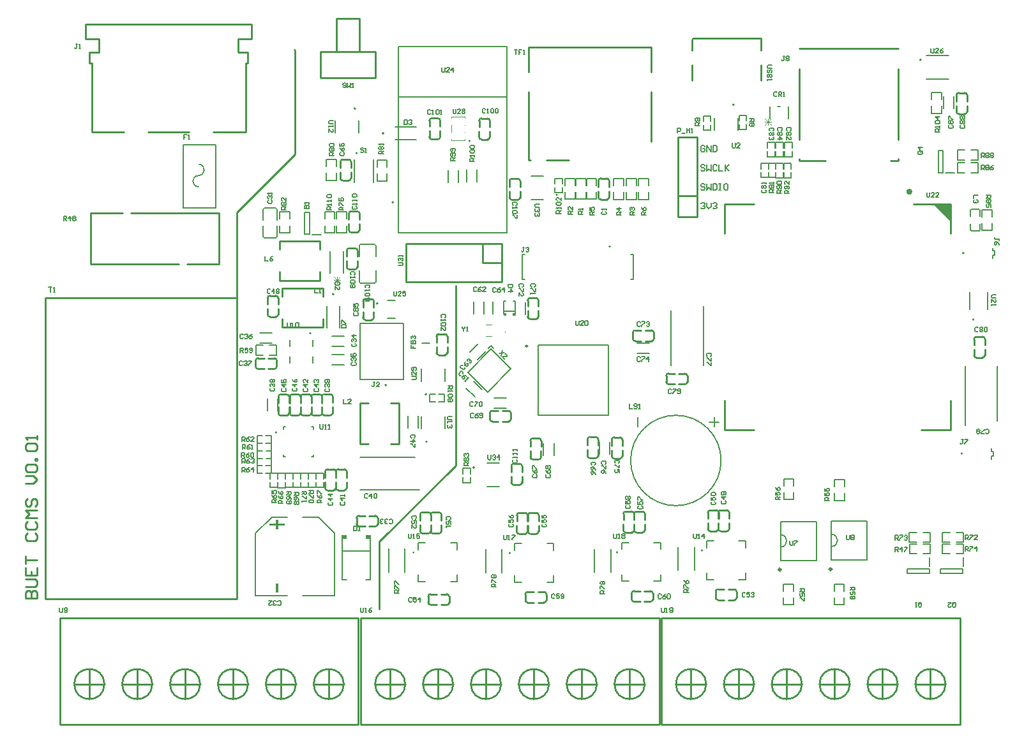
<source format=gbr>
%TF.GenerationSoftware,Altium Limited,Altium Designer,22.5.1 (42)*%
G04 Layer_Color=65535*
%FSLAX45Y45*%
%MOMM*%
%TF.SameCoordinates,BCC7A4F8-9605-4868-ACEC-D28EECC8EA53*%
%TF.FilePolarity,Positive*%
%TF.FileFunction,Legend,Top*%
%TF.Part,Single*%
G01*
G75*
%TA.AperFunction,NonConductor*%
%ADD111C,0.25400*%
%ADD112C,0.12700*%
%ADD138C,0.20000*%
%ADD139C,0.15240*%
%ADD140C,0.10000*%
%ADD141C,0.25000*%
%ADD142C,0.30000*%
%ADD143C,0.40000*%
%ADD144C,0.15001*%
%ADD145C,0.15199*%
%ADD146C,0.07620*%
%ADD147C,0.15000*%
G36*
X3425912Y2681892D02*
X3513542D01*
Y2651158D01*
X3425912D01*
Y2604676D01*
X3395178D01*
Y2651158D01*
X3307548D01*
X3307549Y2681892D01*
X3395178D01*
Y2728374D01*
X3425912D01*
Y2681892D01*
D02*
G37*
G36*
Y1760126D02*
X3395178D01*
Y1883824D01*
X3425912D01*
Y1760126D01*
D01*
D02*
G37*
G36*
X4263050Y2476798D02*
X4334431D01*
Y2522518D01*
X4263050D01*
Y2476798D01*
D01*
D02*
G37*
G36*
X4655530D02*
X4584149D01*
Y2522518D01*
X4655530D01*
Y2476798D01*
D01*
D02*
G37*
G36*
X6411469Y5468222D02*
X6446709D01*
Y5437742D01*
X6411469D01*
Y5468222D01*
D01*
D02*
G37*
G36*
X6571951D02*
X6536711D01*
Y5437742D01*
X6571951D01*
Y5468222D01*
D01*
D02*
G37*
G36*
X12340120Y6689859D02*
X12111520Y6918459D01*
X12340120D01*
Y6689859D01*
D02*
G37*
D111*
X6657583Y3441778D02*
G03*
X6626600Y3472761I-30983J0D01*
G01*
X6546603D02*
G03*
X6515617Y3441778I-3J-30983D01*
G01*
X6626016Y3193209D02*
G03*
X6657001Y3224192I3J30983D01*
G01*
X6515036D02*
G03*
X6546019Y3193209I30983J0D01*
G01*
X4361117Y6576011D02*
G03*
X4392100Y6545028I30983J0D01*
G01*
X4472097D02*
G03*
X4503082Y6576011I3J30983D01*
G01*
X4392684Y6824581D02*
G03*
X4361698Y6793598I-3J-30983D01*
G01*
X4503664D02*
G03*
X4472681Y6824581I-30983J0D01*
G01*
X4476493Y6302778D02*
G03*
X4445510Y6333761I-30983J0D01*
G01*
X4365513D02*
G03*
X4334528Y6302778I-3J-30983D01*
G01*
X4444926Y6054209D02*
G03*
X4475912Y6085192I3J30983D01*
G01*
X4333946D02*
G03*
X4364929Y6054209I30983J0D01*
G01*
X6231133Y8026709D02*
G03*
X6200150Y8057692I-30983J0D01*
G01*
X6120153D02*
G03*
X6089167Y8026709I-3J-30983D01*
G01*
X6199566Y7778139D02*
G03*
X6230551Y7809122I3J30983D01*
G01*
X6088586D02*
G03*
X6119569Y7778139I30983J0D01*
G01*
X5572434Y8029072D02*
G03*
X5541451Y8060054I-30983J0D01*
G01*
X5461454D02*
G03*
X5430468Y8029072I-3J-30983D01*
G01*
X5540867Y7780502D02*
G03*
X5571852Y7811485I3J30983D01*
G01*
X5429887D02*
G03*
X5460870Y7780502I30983J0D01*
G01*
X1754412Y548268D02*
G03*
X1754412Y548268I-200000J0D01*
G01*
X1119412D02*
G03*
X1119412Y548268I-200000J0D01*
G01*
X2389412D02*
G03*
X2389412Y548268I-200000J0D01*
G01*
X3024412D02*
G03*
X3024412Y548268I-200000J0D01*
G01*
X3659412D02*
G03*
X3659412Y548268I-200000J0D01*
G01*
X4294412D02*
G03*
X4294412Y548268I-200000J0D01*
G01*
X4549376Y5412312D02*
G03*
X4580359Y5381329I30983J0D01*
G01*
X4660356D02*
G03*
X4691342Y5412312I3J30983D01*
G01*
X4580943Y5660882D02*
G03*
X4549958Y5629899I-3J-30983D01*
G01*
X4691923D02*
G03*
X4660940Y5660882I-30983J0D01*
G01*
X6632724Y7225658D02*
G03*
X6601741Y7256641I-30983J0D01*
G01*
X6521744D02*
G03*
X6490758Y7225658I-3J-30983D01*
G01*
X6601157Y6977089D02*
G03*
X6632142Y7008072I3J30983D01*
G01*
X6490177D02*
G03*
X6521160Y6977089I30983J0D01*
G01*
X4247996Y7264022D02*
G03*
X4278979Y7233039I30983J0D01*
G01*
X4358976D02*
G03*
X4389962Y7264022I3J30983D01*
G01*
X4279563Y7512591D02*
G03*
X4248578Y7481608I-3J-30983D01*
G01*
X4390543D02*
G03*
X4359560Y7512591I-30983J0D01*
G01*
X5666428Y5164567D02*
G03*
X5635445Y5195550I-30983J0D01*
G01*
X5555448D02*
G03*
X5524463Y5164567I-3J-30983D01*
G01*
X5634861Y4915998D02*
G03*
X5665847Y4946980I3J30983D01*
G01*
X5523881D02*
G03*
X5554864Y4915998I30983J0D01*
G01*
X3156086Y4874534D02*
G03*
X3125103Y4843551I0J-30983D01*
G01*
Y4763553D02*
G03*
X3156086Y4732568I30983J-3D01*
G01*
X3404656Y4842966D02*
G03*
X3373673Y4873952I-30983J3D01*
G01*
Y4731986D02*
G03*
X3404656Y4762969I0J30983D01*
G01*
X3283037Y5454771D02*
G03*
X3314020Y5423788I30983J0D01*
G01*
X3394017D02*
G03*
X3425003Y5454771I3J30983D01*
G01*
X3314604Y5703341D02*
G03*
X3283619Y5672358I-3J-30983D01*
G01*
X3425584D02*
G03*
X3394601Y5703341I-30983J0D01*
G01*
X4190010Y3151621D02*
G03*
X4220993Y3120638I30983J0D01*
G01*
X4300990D02*
G03*
X4331976Y3151621I3J30983D01*
G01*
X4221577Y3400190D02*
G03*
X4190592Y3369207I-3J-30983D01*
G01*
X4332557D02*
G03*
X4301574Y3400190I-30983J0D01*
G01*
X4189957Y3368607D02*
G03*
X4158974Y3399590I-30983J0D01*
G01*
X4078977D02*
G03*
X4047991Y3368607I-3J-30983D01*
G01*
X4158390Y3120038D02*
G03*
X4189375Y3151021I3J30983D01*
G01*
X4047410D02*
G03*
X4078393Y3120038I30983J0D01*
G01*
X3568898Y4361837D02*
G03*
X3537915Y4392820I-30983J0D01*
G01*
X3457918D02*
G03*
X3426933Y4361837I-3J-30983D01*
G01*
X3537331Y4113268D02*
G03*
X3568317Y4144251I3J30983D01*
G01*
X3426351D02*
G03*
X3457334Y4113268I30983J0D01*
G01*
X3863148Y4363147D02*
G03*
X3832165Y4394130I-30983J0D01*
G01*
X3752168D02*
G03*
X3721183Y4363147I-3J-30983D01*
G01*
X3831581Y4114578D02*
G03*
X3862567Y4145561I3J30983D01*
G01*
X3720601D02*
G03*
X3751584Y4114578I30983J0D01*
G01*
X4005688Y4361837D02*
G03*
X3974705Y4392820I-30983J0D01*
G01*
X3894708D02*
G03*
X3863723Y4361837I-3J-30983D01*
G01*
X3974121Y4113268D02*
G03*
X4005107Y4144251I3J30983D01*
G01*
X3863141D02*
G03*
X3894124Y4113268I30983J0D01*
G01*
X4147558Y4364467D02*
G03*
X4116575Y4395450I-30983J0D01*
G01*
X4036578D02*
G03*
X4005593Y4364467I-3J-30983D01*
G01*
X4115991Y4115898D02*
G03*
X4146977Y4146881I3J30983D01*
G01*
X4005011D02*
G03*
X4035994Y4115898I30983J0D01*
G01*
X3719958Y4362487D02*
G03*
X3688975Y4393470I-30983J0D01*
G01*
X3608978D02*
G03*
X3577993Y4362487I-3J-30983D01*
G01*
X3688391Y4113918D02*
G03*
X3719377Y4144901I3J30983D01*
G01*
X3577411D02*
G03*
X3608394Y4113918I30983J0D01*
G01*
X7667993Y3796939D02*
G03*
X7637010Y3827921I-30983J0D01*
G01*
X7557013D02*
G03*
X7526028Y3796939I-3J-30983D01*
G01*
X7636426Y3548369D02*
G03*
X7667412Y3579352I3J30983D01*
G01*
X7525446D02*
G03*
X7556429Y3548369I30983J0D01*
G01*
X7671576Y7012368D02*
G03*
X7702559Y6981385I30983J0D01*
G01*
X7782556D02*
G03*
X7813542Y7012368I3J30983D01*
G01*
X7703143Y7260938D02*
G03*
X7672158Y7229955I-3J-30983D01*
G01*
X7814124D02*
G03*
X7783141Y7260938I-30983J0D01*
G01*
X5744397Y548268D02*
G03*
X5744397Y548268I-200000J0D01*
G01*
X5109397D02*
G03*
X5109397Y548268I-200000J0D01*
G01*
X6379397D02*
G03*
X6379397Y548268I-200000J0D01*
G01*
X7014397D02*
G03*
X7014397Y548268I-200000J0D01*
G01*
X7649397D02*
G03*
X7649397Y548268I-200000J0D01*
G01*
X8284397D02*
G03*
X8284397Y548268I-200000J0D01*
G01*
X9734382D02*
G03*
X9734382Y548268I-200000J0D01*
G01*
X9099382D02*
G03*
X9099382Y548268I-200000J0D01*
G01*
X10369382D02*
G03*
X10369382Y548268I-200000J0D01*
G01*
X11004382D02*
G03*
X11004382Y548268I-200000J0D01*
G01*
X11639382D02*
G03*
X11639382Y548268I-200000J0D01*
G01*
X12274382D02*
G03*
X12274382Y548268I-200000J0D01*
G01*
X12418446Y8147849D02*
G03*
X12449429Y8116866I30983J0D01*
G01*
X12529426D02*
G03*
X12560412Y8147849I3J30983D01*
G01*
X12450013Y8396419D02*
G03*
X12419027Y8365436I-3J-30983D01*
G01*
X12560993D02*
G03*
X12530010Y8396419I-30983J0D01*
G01*
X8818569Y4529197D02*
G03*
X8849552Y4560180I0J30983D01*
G01*
Y4640177D02*
G03*
X8818569Y4671163I-30983J3D01*
G01*
X8569999Y4560764D02*
G03*
X8600982Y4529779I30983J-3D01*
G01*
Y4671744D02*
G03*
X8569999Y4640761I0J-30983D01*
G01*
X12652942Y4911391D02*
G03*
X12683925Y4880408I30983J0D01*
G01*
X12763922D02*
G03*
X12794908Y4911391I3J30983D01*
G01*
X12684509Y5159961D02*
G03*
X12653524Y5128978I-3J-30983D01*
G01*
X12795489D02*
G03*
X12764506Y5159961I-30983J0D01*
G01*
X6479958Y4034847D02*
G03*
X6510941Y4065830I0J30983D01*
G01*
Y4145827D02*
G03*
X6479958Y4176813I-30983J3D01*
G01*
X6231389Y4066414D02*
G03*
X6262372Y4035429I30983J-3D01*
G01*
Y4177394D02*
G03*
X6231389Y4146411I0J-30983D01*
G01*
X6910712Y3779109D02*
G03*
X6879729Y3810092I-30983J0D01*
G01*
X6799732D02*
G03*
X6768747Y3779109I-3J-30983D01*
G01*
X6879145Y3530540D02*
G03*
X6910131Y3561522I3J30983D01*
G01*
X6768165D02*
G03*
X6799148Y3530540I30983J0D01*
G01*
X7989433Y3791909D02*
G03*
X7958450Y3822892I-30983J0D01*
G01*
X7878453D02*
G03*
X7847467Y3791909I-3J-30983D01*
G01*
X7957866Y3543340D02*
G03*
X7988851Y3574323I3J30983D01*
G01*
X7846885D02*
G03*
X7877868Y3543340I30983J0D01*
G01*
X8158281Y5245083D02*
G03*
X8127298Y5214100I0J-30983D01*
G01*
Y5134103D02*
G03*
X8158281Y5103117I30983J-3D01*
G01*
X8406851Y5213516D02*
G03*
X8375868Y5244501I-30983J3D01*
G01*
Y5102536D02*
G03*
X8406851Y5133519I0J30983D01*
G01*
X6732927Y5424681D02*
G03*
X6763910Y5393698I30983J0D01*
G01*
X6843907D02*
G03*
X6874893Y5424681I3J30983D01*
G01*
X6764494Y5673251D02*
G03*
X6733509Y5642268I-3J-30983D01*
G01*
X6875474D02*
G03*
X6844491Y5673251I-30983J0D01*
G01*
X4712358Y2641346D02*
G03*
X4743341Y2672329I0J30983D01*
G01*
Y2752326D02*
G03*
X4712358Y2783311I-30983J3D01*
G01*
X4463789Y2672913D02*
G03*
X4494772Y2641927I30983J-3D01*
G01*
Y2783893D02*
G03*
X4463789Y2752910I0J-30983D01*
G01*
X9263147Y2608091D02*
G03*
X9294130Y2577108I30983J0D01*
G01*
X9374127D02*
G03*
X9405113Y2608091I3J30983D01*
G01*
X9294714Y2856661D02*
G03*
X9263728Y2825678I-3J-30983D01*
G01*
X9405694D02*
G03*
X9374711Y2856661I-30983J0D01*
G01*
X9121967Y2608881D02*
G03*
X9152950Y2577899I30983J0D01*
G01*
X9232947D02*
G03*
X9263932Y2608881I3J30983D01*
G01*
X9153534Y2857451D02*
G03*
X9122548Y2826468I-3J-30983D01*
G01*
X9264514D02*
G03*
X9233531Y2857451I-30983J0D01*
G01*
X6950049Y1630307D02*
G03*
X6981032Y1661290I0J30983D01*
G01*
Y1741287D02*
G03*
X6950049Y1772273I-30983J3D01*
G01*
X6701479Y1661874D02*
G03*
X6732462Y1630889I30983J-3D01*
G01*
Y1772854D02*
G03*
X6701479Y1741872I0J-30983D01*
G01*
X9473911Y1663150D02*
G03*
X9504894Y1694133I0J30983D01*
G01*
Y1774130D02*
G03*
X9473911Y1805115I-30983J3D01*
G01*
X9225342Y1694717D02*
G03*
X9256325Y1663731I30983J-3D01*
G01*
Y1805697D02*
G03*
X9225342Y1774714I0J-30983D01*
G01*
X8144637Y2590591D02*
G03*
X8175620Y2559609I30983J0D01*
G01*
X8255617D02*
G03*
X8286603Y2590591I3J30983D01*
G01*
X8176204Y2839161D02*
G03*
X8145219Y2808178I-3J-30983D01*
G01*
X8287184D02*
G03*
X8256201Y2839161I-30983J0D01*
G01*
X8002177Y2591171D02*
G03*
X8033160Y2560188I30983J0D01*
G01*
X8113157D02*
G03*
X8144143Y2591171I3J30983D01*
G01*
X8033744Y2839741D02*
G03*
X8002759Y2808758I-3J-30983D01*
G01*
X8144724D02*
G03*
X8113741Y2839741I-30983J0D01*
G01*
X6588177Y2572592D02*
G03*
X6619160Y2541609I30983J0D01*
G01*
X6699157D02*
G03*
X6730142Y2572592I3J30983D01*
G01*
X6619744Y2821161D02*
G03*
X6588758Y2790178I-3J-30983D01*
G01*
X6730724D02*
G03*
X6699741Y2821161I-30983J0D01*
G01*
X6735717Y2573372D02*
G03*
X6766700Y2542389I30983J0D01*
G01*
X6846697D02*
G03*
X6877682Y2573372I3J30983D01*
G01*
X6767284Y2821941D02*
G03*
X6736298Y2790958I-3J-30983D01*
G01*
X6878264D02*
G03*
X6847281Y2821941I-30983J0D01*
G01*
X8361144Y1641782D02*
G03*
X8392127Y1672765I0J30983D01*
G01*
Y1752762D02*
G03*
X8361144Y1783748I-30983J3D01*
G01*
X8112575Y1673349D02*
G03*
X8143558Y1642364I30983J-3D01*
G01*
Y1784329D02*
G03*
X8112575Y1753347I0J-30983D01*
G01*
X5444804Y1741697D02*
G03*
X5413822Y1710714I0J-30983D01*
G01*
Y1630717D02*
G03*
X5444804Y1599731I30983J-3D01*
G01*
X5693374Y1710130D02*
G03*
X5662391Y1741115I-30983J3D01*
G01*
Y1599149D02*
G03*
X5693374Y1630132I0J30983D01*
G01*
X5588604Y2796508D02*
G03*
X5557621Y2827491I-30983J0D01*
G01*
X5477624D02*
G03*
X5446638Y2796508I-3J-30983D01*
G01*
X5557037Y2547939D02*
G03*
X5588022Y2578921I3J30983D01*
G01*
X5446057D02*
G03*
X5477040Y2547939I30983J0D01*
G01*
X5448904Y2796508D02*
G03*
X5417921Y2827491I-30983J0D01*
G01*
X5337924D02*
G03*
X5306938Y2796508I-3J-30983D01*
G01*
X5417337Y2547939D02*
G03*
X5448322Y2578921I3J30983D01*
G01*
X5306357D02*
G03*
X5337340Y2547939I30983J0D01*
G01*
X6656996Y3224197D02*
Y3304197D01*
X6546019Y3193214D02*
X6626016D01*
X6515036Y3224197D02*
Y3304197D01*
X6657583Y3361786D02*
Y3441784D01*
X6515617Y3361786D02*
Y3441784D01*
X6546603Y3472761D02*
X6626605D01*
X8916330Y8566062D02*
Y8765457D01*
Y8961063D02*
Y9108360D01*
X9823529Y8566372D02*
Y8765145D01*
Y8961375D02*
Y9123259D01*
X8923531D02*
X9823529D01*
X1702134Y7879072D02*
X2241269D01*
X2562117Y7879083D02*
X2991697D01*
X2991702Y7880076D02*
Y8789073D01*
X3021699D01*
Y8939075D01*
X2896698D02*
X3021699D01*
X2896698D02*
Y9109075D01*
X3071699D01*
Y9309075D01*
X871704D02*
X3071699D01*
X871704Y9109075D02*
Y9309075D01*
Y9109075D02*
X1046702D01*
Y8939075D02*
Y9109075D01*
X921706Y8939075D02*
X1046702D01*
X921706Y8789073D02*
Y8939075D01*
Y8789073D02*
X951703D01*
Y7879075D02*
Y8789073D01*
Y7879075D02*
X1381271D01*
X3440327Y5906711D02*
X3980326Y5906713D01*
X3440327Y6426710D02*
X3980326Y6426707D01*
X3440327Y6314825D02*
Y6426710D01*
Y5906711D02*
Y6018595D01*
X3980326Y5906713D02*
Y6018595D01*
Y6314825D02*
Y6426707D01*
X4361703Y6713593D02*
Y6793593D01*
X4392684Y6824576D02*
X4472681D01*
X4503664Y6713593D02*
Y6793593D01*
X4361117Y6576006D02*
Y6656003D01*
X4503082Y6576006D02*
Y6656003D01*
X4392095Y6545028D02*
X4472097D01*
X4475906Y6085197D02*
Y6165197D01*
X4364929Y6054214D02*
X4444926D01*
X4333946Y6085197D02*
Y6165197D01*
X4476493Y6222786D02*
Y6302783D01*
X4334528Y6222786D02*
Y6302783D01*
X4365513Y6333761D02*
X4445515D01*
X333310Y5677266D02*
X2873310D01*
X333310Y1677274D02*
X2873310D01*
Y1683370D02*
Y5677266D01*
X333310Y1677274D02*
Y5677266D01*
X2639334Y6125077D02*
Y6805289D01*
X939566Y6125077D02*
Y6805289D01*
X1359428D01*
X1469410D02*
X2639334D01*
X939566Y6125077D02*
X2109490D01*
X2219472D02*
X2639334D01*
X4507841Y4279599D02*
X4507843Y3739600D01*
X5027837D02*
X5027840Y4279599D01*
X4915955D02*
X5027840D01*
X4507841D02*
X4619725D01*
X4507843Y3739600D02*
X4619725D01*
X4915955D02*
X5027837D01*
X3478347Y5286180D02*
X4018346Y5286183D01*
X3478347Y5806179D02*
X4018346Y5806177D01*
X3478347Y5694295D02*
Y5806179D01*
Y5286180D02*
Y5398065D01*
X4018346Y5286183D02*
Y5398065D01*
Y5694295D02*
Y5806177D01*
X6230546Y7809127D02*
Y7889127D01*
X6119569Y7778144D02*
X6199566D01*
X6088586Y7809127D02*
Y7889127D01*
X6231133Y8026714D02*
X6231133Y7946716D01*
X6089167Y7946716D02*
Y8026714D01*
X6120153Y8057692D02*
X6200155D01*
X5571847Y7811490D02*
Y7891490D01*
X5460870Y7780507D02*
X5540867D01*
X5429887Y7811490D02*
Y7891490D01*
X5572434Y7949079D02*
X5572434Y8029077D01*
X5430468Y7949079D02*
Y8029077D01*
X5461454Y8060054D02*
X5541457D01*
X8726710Y6749849D02*
X8980710D01*
Y7807851D01*
X8726710Y7027202D02*
X8980710D01*
X8726710Y6749849D02*
Y7807851D01*
X8980710D01*
X8375021Y7752455D02*
Y8406218D01*
X6749421Y8672446D02*
Y9002532D01*
X8375021D01*
Y8672446D02*
Y9002532D01*
X6749421Y7503932D02*
X6774757D01*
X6749421D02*
Y8406218D01*
X6979690Y7503932D02*
X7279105D01*
X3982379Y8593285D02*
Y8941961D01*
X4712380Y8593285D02*
Y8941961D01*
X3982379Y8593285D02*
X4712380D01*
X4195287Y8941961D02*
Y9384762D01*
X4499780D01*
Y8941961D02*
Y9384762D01*
X4497380Y9081963D02*
Y9308562D01*
X4197380Y9081963D02*
Y9308562D01*
X3982379Y8941961D02*
X4712380D01*
X4497380D02*
Y9081963D01*
X4197380Y8941961D02*
Y9081963D01*
X526983Y13268D02*
Y1423222D01*
X4488113D01*
Y13268D02*
Y1423222D01*
X530031Y13268D02*
X4488113D01*
X3894413Y548279D02*
X4294412D01*
X4094413Y348279D02*
Y748281D01*
X3259413Y548279D02*
X3659412D01*
X3459413Y348279D02*
Y748281D01*
X2624413Y548279D02*
X3024412D01*
X2824413Y348279D02*
Y748281D01*
X1989413Y548279D02*
X2389412D01*
X2189413Y348279D02*
Y748281D01*
X1354413Y548281D02*
X1754412D01*
X1554413Y348281D02*
Y748281D01*
X919413Y348281D02*
Y748281D01*
X719413Y548281D02*
X1119412D01*
X4580943Y5660882D02*
X4660945D01*
X4549958Y5549907D02*
Y5629904D01*
X4691923Y5549907D02*
Y5629904D01*
X4549376Y5412317D02*
Y5492317D01*
X4580359Y5381334D02*
X4660356D01*
X4691337Y5412317D02*
Y5492317D01*
X4766570Y1541130D02*
Y2437190D01*
X5781930Y3452550D01*
Y5833000D01*
X6521155Y6977089D02*
X6601157D01*
X6632142Y7008067D02*
Y7088064D01*
X6490177Y7008067D02*
Y7088064D01*
X6632724Y7145653D02*
Y7225653D01*
X6521744Y7256636D02*
X6601741D01*
X6490763Y7145653D02*
Y7225653D01*
X2873310Y5677266D02*
Y6809360D01*
X4279563Y7512591D02*
X4359566D01*
X4248578Y7401616D02*
Y7481613D01*
X4390543Y7401616D02*
Y7481613D01*
X4247996Y7264027D02*
Y7344026D01*
X4278979Y7233044D02*
X4358976D01*
X4389957Y7264027D02*
Y7344026D01*
X5554859Y4915998D02*
X5634861D01*
X5665847Y4946975D02*
Y5026973D01*
X5523881Y4946975D02*
Y5026973D01*
X5666428Y5084562D02*
Y5164562D01*
X5555448Y5195545D02*
X5635445D01*
X5524468Y5084562D02*
Y5164562D01*
X3404656Y4762964D02*
Y4842966D01*
X3293680Y4873952D02*
X3373678D01*
X3293680Y4731986D02*
X3373678D01*
X3156091Y4874534D02*
X3236091D01*
X3125108Y4763553D02*
Y4843551D01*
X3156091Y4732573D02*
X3236091D01*
X3283624Y5592353D02*
Y5672353D01*
X3314604Y5703336D02*
X3394601D01*
X3425584Y5592353D02*
Y5672353D01*
X3283037Y5454766D02*
Y5534763D01*
X3425003Y5454766D02*
Y5534763D01*
X3314015Y5423788D02*
X3394017D01*
X4221577Y3400190D02*
X4301579D01*
X4190592Y3289215D02*
Y3369212D01*
X4332557Y3289215D02*
Y3369212D01*
X4190010Y3151626D02*
Y3231626D01*
X4220993Y3120643D02*
X4300990D01*
X4331971Y3151626D02*
Y3231626D01*
X4189370Y3151026D02*
Y3231026D01*
X4078393Y3120043D02*
X4158390D01*
X4047410Y3151026D02*
Y3231026D01*
X4189957Y3288615D02*
Y3368613D01*
X4047991Y3288615D02*
Y3368613D01*
X4078977Y3399590D02*
X4158979D01*
X3457329Y4113268D02*
X3537331D01*
X3568317Y4144246D02*
Y4224243D01*
X3426351Y4144246D02*
Y4224243D01*
X3568898Y4281832D02*
Y4361832D01*
X3457918Y4392815D02*
X3537915D01*
X3426938Y4281832D02*
Y4361832D01*
X3751579Y4114578D02*
X3831581D01*
X3862567Y4145556D02*
Y4225553D01*
X3720601Y4145556D02*
Y4225553D01*
X3863148Y4283142D02*
Y4363142D01*
X3752168Y4394125D02*
X3832165D01*
X3721188Y4283142D02*
Y4363142D01*
X3894119Y4113268D02*
X3974121D01*
X4005107Y4144246D02*
Y4224243D01*
X3863141Y4144246D02*
Y4224243D01*
X4005688Y4281832D02*
Y4361832D01*
X3894708Y4392815D02*
X3974705D01*
X3863728Y4281832D02*
Y4361832D01*
X4035989Y4115898D02*
X4115991D01*
X4146977Y4146876D02*
Y4226873D01*
X4005011Y4146876D02*
Y4226873D01*
X4147558Y4284462D02*
Y4364462D01*
X4036578Y4395445D02*
X4116575D01*
X4005598Y4284462D02*
Y4364462D01*
X3608389Y4113918D02*
X3688391D01*
X3719377Y4144896D02*
Y4224893D01*
X3577411Y4144896D02*
Y4224893D01*
X3719958Y4282482D02*
Y4362482D01*
X3608978Y4393465D02*
X3688975D01*
X3577998Y4282482D02*
Y4362482D01*
X2873310Y6809360D02*
X3644470Y7580520D01*
X7667407Y3579357D02*
Y3659357D01*
X7556429Y3548374D02*
X7636426D01*
X7525446Y3579357D02*
Y3659357D01*
X7667993Y3716946D02*
Y3796944D01*
X7526028Y3716946D02*
Y3796944D01*
X7557013Y3827921D02*
X7637015D01*
X5123560Y5888340D02*
Y6396340D01*
X6393560Y5888340D02*
Y6396340D01*
X5123560Y5888340D02*
X6393560D01*
X6139560Y6141634D02*
Y6396340D01*
Y6141634D02*
X6393560Y6142340D01*
X5123560Y6396340D02*
X6393560D01*
X7703143Y7260938D02*
X7783146D01*
X7672158Y7149963D02*
Y7229960D01*
X7814124Y7149963D02*
Y7229960D01*
X7671576Y7012373D02*
Y7092373D01*
X7702559Y6981390D02*
X7782556D01*
X7813537Y7012373D02*
Y7092373D01*
X4516968Y13268D02*
Y1423222D01*
X8478098D01*
Y13268D02*
Y1423222D01*
X4520016Y13268D02*
X8478098D01*
X7884398Y548279D02*
X8284397D01*
X8084398Y348279D02*
Y748281D01*
X7249398Y548279D02*
X7649397D01*
X7449398Y348279D02*
Y748281D01*
X6614398Y548279D02*
X7014397D01*
X6814398Y348279D02*
Y748281D01*
X5979398Y548279D02*
X6379397D01*
X6179398Y348279D02*
Y748281D01*
X5344398Y548281D02*
X5744397D01*
X5544398Y348281D02*
Y748281D01*
X4909398Y348281D02*
Y748281D01*
X4709398Y548281D02*
X5109397D01*
X8506953Y13268D02*
Y1423222D01*
X12468083D01*
Y13268D02*
Y1423222D01*
X8510001Y13268D02*
X12468083D01*
X11874383Y548279D02*
X12274382D01*
X12074383Y348279D02*
Y748281D01*
X11239383Y548279D02*
X11639382D01*
X11439383Y348279D02*
Y748281D01*
X10604383Y548279D02*
X11004382D01*
X10804383Y348279D02*
Y748281D01*
X9969383Y548279D02*
X10369382D01*
X10169383Y348279D02*
Y748281D01*
X9334383Y548281D02*
X9734382D01*
X9534383Y348281D02*
Y748281D01*
X8899383Y348281D02*
Y748281D01*
X8699383Y548281D02*
X9099382D01*
X12450013Y8396419D02*
X12530015D01*
X12419027Y8285444D02*
Y8365441D01*
X12560993Y8285444D02*
Y8365441D01*
X12418446Y8147854D02*
Y8227854D01*
X12449429Y8116871D02*
X12529426D01*
X12560406Y8147854D02*
Y8227854D01*
X11545398Y7495920D02*
X11646998D01*
Y7521320D01*
X10338898Y7495920D02*
Y7521320D01*
Y7495920D02*
X10681798D01*
X11646998Y7775320D02*
Y8715120D01*
X10338898Y8981820D02*
X11646998D01*
X10338898Y7775320D02*
Y8715120D01*
X8600987Y4529784D02*
X8680987D01*
X8570004Y4560764D02*
Y4640761D01*
X8600987Y4671744D02*
X8680987D01*
X8738577Y4529197D02*
X8818574D01*
X8738577Y4671163D02*
X8818574D01*
X8849552Y4560175D02*
Y4640177D01*
X11848236Y6918459D02*
X12340120D01*
X9342920Y6526575D02*
Y6918459D01*
X9732007D01*
X9342920Y3921259D02*
X9732007D01*
X9342920D02*
Y4310346D01*
X12340120Y3921259D02*
Y4310346D01*
X11948236Y3921259D02*
X12340120D01*
Y6526575D02*
Y6918459D01*
X11848236D02*
X12340120D01*
X9342920Y6526575D02*
Y6918459D01*
X9732007D01*
X9342920Y3921259D02*
X9732007D01*
X9342920D02*
Y4310346D01*
X12340120Y3921259D02*
Y4310346D01*
X11948236Y3921259D02*
X12340120D01*
Y6526575D02*
Y6918459D01*
X12653529Y5048973D02*
Y5128973D01*
X12684509Y5159956D02*
X12764506D01*
X12795489Y5048973D02*
Y5128973D01*
X12652942Y4911386D02*
Y4991383D01*
X12794908Y4911386D02*
Y4991383D01*
X12683920Y4880408D02*
X12763922D01*
X3639210Y8968350D02*
X3644470Y8963090D01*
Y7580520D02*
Y8963090D01*
X6262377Y4035434D02*
X6342376D01*
X6231394Y4066414D02*
Y4146411D01*
X6262377Y4177394D02*
X6342376D01*
X6399966Y4034847D02*
X6479963D01*
X6399966Y4176813D02*
X6479963D01*
X6510941Y4065825D02*
Y4145827D01*
X6910126Y3561528D02*
Y3641527D01*
X6799148Y3530545D02*
X6879145D01*
X6768165Y3561528D02*
Y3641527D01*
X6910712Y3699117D02*
Y3779114D01*
X6768747Y3699117D02*
Y3779114D01*
X6799732Y3810092D02*
X6879735D01*
X7988846Y3574328D02*
Y3654327D01*
X7877868Y3543345D02*
X7957866D01*
X7846885Y3574328D02*
Y3654327D01*
X7989433Y3711917D02*
Y3791914D01*
X7847467Y3711917D02*
Y3791914D01*
X7878453Y3822892D02*
X7958455D01*
X8295863Y5244496D02*
X8375863D01*
X8406846Y5133519D02*
Y5213516D01*
X8295863Y5102536D02*
X8375863D01*
X8158276Y5245083D02*
X8238273D01*
X8158276Y5103117D02*
X8238273D01*
X8127298Y5134103D02*
Y5214105D01*
X6733514Y5562263D02*
Y5642263D01*
X6764494Y5673246D02*
X6844491D01*
X6875474Y5562263D02*
Y5642263D01*
X6732927Y5424676D02*
Y5504674D01*
X6874893Y5424676D02*
Y5504674D01*
X6763905Y5393698D02*
X6843907D01*
X4463789Y2672913D02*
Y2752915D01*
X4494767Y2641927D02*
X4574764D01*
X4494767Y2783893D02*
X4574764D01*
X4632353Y2641346D02*
X4712353D01*
X4743336Y2672329D02*
Y2752326D01*
X4632353Y2783306D02*
X4712353D01*
X9263734Y2745673D02*
Y2825673D01*
X9294714Y2856656D02*
X9374711D01*
X9405694Y2745673D02*
Y2825673D01*
X9263147Y2608086D02*
Y2688084D01*
X9405113Y2608086D02*
Y2688084D01*
X9294125Y2577108D02*
X9374127D01*
X9122554Y2746463D02*
Y2826463D01*
X9153534Y2857446D02*
X9233531D01*
X9264514Y2746463D02*
Y2826463D01*
X9121967Y2608876D02*
Y2688874D01*
X9263932Y2608876D02*
Y2688874D01*
X9152945Y2577899D02*
X9232947D01*
X6732467Y1630894D02*
X6812467D01*
X6701484Y1661874D02*
Y1741872D01*
X6732467Y1772854D02*
X6812467D01*
X6870056Y1630307D02*
X6950054D01*
X6870056Y1772273D02*
X6950054D01*
X6981032Y1661285D02*
Y1741287D01*
X9256330Y1663736D02*
X9336330D01*
X9225347Y1694717D02*
Y1774714D01*
X9256330Y1805697D02*
X9336330D01*
X9393919Y1663150D02*
X9473916D01*
X9393919Y1805115D02*
X9473916D01*
X9504894Y1694127D02*
Y1774130D01*
X8145224Y2728173D02*
Y2808173D01*
X8176204Y2839156D02*
X8256201D01*
X8287184Y2728173D02*
Y2808173D01*
X8144637Y2590586D02*
Y2670584D01*
X8286603Y2590586D02*
Y2670584D01*
X8175615Y2559609D02*
X8255617D01*
X8002764Y2728753D02*
Y2808753D01*
X8033744Y2839736D02*
X8113741D01*
X8144724Y2728753D02*
Y2808753D01*
X8002177Y2591166D02*
Y2671164D01*
X8144143Y2591166D02*
Y2671164D01*
X8033155Y2560188D02*
X8113157D01*
X6588764Y2710173D02*
Y2790173D01*
X6619744Y2821156D02*
X6699741D01*
X6730724Y2710173D02*
Y2790173D01*
X6588177Y2572587D02*
Y2652584D01*
X6730142Y2572587D02*
Y2652584D01*
X6619155Y2541609D02*
X6699157D01*
X6736304Y2710953D02*
Y2790953D01*
X6767284Y2821936D02*
X6847281D01*
X6878264Y2710953D02*
Y2790953D01*
X6735717Y2573367D02*
Y2653364D01*
X6877682Y2573367D02*
Y2653364D01*
X6766695Y2542389D02*
X6846697D01*
X8143563Y1642369D02*
X8223562D01*
X8112580Y1673349D02*
Y1753347D01*
X8143563Y1784329D02*
X8223562D01*
X8281152Y1641782D02*
X8361149D01*
X8281152Y1783748D02*
X8361149D01*
X8392127Y1672760D02*
Y1752762D01*
X5693374Y1630127D02*
Y1710130D01*
X5582399Y1741115D02*
X5662396D01*
X5582399Y1599149D02*
X5662396D01*
X5444810Y1741697D02*
X5524809D01*
X5413827Y1630717D02*
Y1710714D01*
X5444810Y1599736D02*
X5524809D01*
X5477035Y2547939D02*
X5557037D01*
X5588022Y2578916D02*
Y2658914D01*
X5446057Y2578916D02*
Y2658914D01*
X5588604Y2716503D02*
Y2796503D01*
X5477624Y2827486D02*
X5557621D01*
X5446643Y2716503D02*
Y2796503D01*
X5337335Y2547939D02*
X5417337D01*
X5448322Y2578916D02*
Y2658914D01*
X5306357Y2578916D02*
Y2658914D01*
X5448904Y2716503D02*
Y2796503D01*
X5337924Y2827486D02*
X5417921D01*
X5306943Y2716503D02*
Y2796503D01*
X70899Y1687930D02*
X223250D01*
Y1764105D01*
X197858Y1789497D01*
X172466D01*
X147074Y1764105D01*
Y1687930D01*
Y1764105D01*
X121683Y1789497D01*
X96291D01*
X70899Y1764105D01*
Y1687930D01*
Y1840281D02*
X197858D01*
X223250Y1865672D01*
Y1916456D01*
X197858Y1941848D01*
X70899D01*
Y2094199D02*
Y1992631D01*
X223250D01*
Y2094199D01*
X147074Y1992631D02*
Y2043415D01*
X70899Y2144982D02*
Y2246549D01*
Y2195765D01*
X223250D01*
X96291Y2551251D02*
X70899Y2525859D01*
Y2475075D01*
X96291Y2449683D01*
X197858D01*
X223250Y2475075D01*
Y2525859D01*
X197858Y2551251D01*
X96291Y2703601D02*
X70899Y2678210D01*
Y2627426D01*
X96291Y2602034D01*
X197858D01*
X223250Y2627426D01*
Y2678210D01*
X197858Y2703601D01*
X223250Y2754385D02*
X70899D01*
X121683Y2805168D01*
X70899Y2855952D01*
X223250D01*
X96291Y3008303D02*
X70899Y2982911D01*
Y2932127D01*
X96291Y2906736D01*
X121683D01*
X147074Y2932127D01*
Y2982911D01*
X172466Y3008303D01*
X197858D01*
X223250Y2982911D01*
Y2932127D01*
X197858Y2906736D01*
X70899Y3211437D02*
X172466D01*
X223250Y3262221D01*
X172466Y3313004D01*
X70899D01*
X96291Y3363788D02*
X70899Y3389180D01*
Y3439963D01*
X96291Y3465355D01*
X197858D01*
X223250Y3439963D01*
Y3389180D01*
X197858Y3363788D01*
X96291D01*
X223250Y3516139D02*
X197858D01*
Y3541530D01*
X223250D01*
Y3516139D01*
X96291Y3643097D02*
X70899Y3668489D01*
Y3719273D01*
X96291Y3744665D01*
X197858D01*
X223250Y3719273D01*
Y3668489D01*
X197858Y3643097D01*
X96291D01*
X223250Y3795448D02*
Y3846232D01*
Y3820840D01*
X70899D01*
X96291Y3795448D01*
D112*
X9298390Y3516440D02*
G03*
X9298390Y3516440I-600000J0D01*
G01*
X6191510Y3484040D02*
X6354010D01*
X6191510Y3171040D02*
X6354010D01*
X4066570Y5280430D02*
Y5565430D01*
X4236570Y5280430D02*
Y5565430D01*
X3581250Y4815510D02*
Y4896010D01*
X3881250Y4815510D02*
Y4896010D01*
X3581250Y5035010D02*
Y5115510D01*
X3881250Y5035010D02*
Y5115510D01*
X6662120Y6255070D02*
X6697120D01*
X6662120Y5925070D02*
X6662120Y6255070D01*
X6662120Y5925070D02*
X6697120Y5925070D01*
X8097120Y6255070D02*
X8132120Y6255070D01*
Y5925070D02*
Y6255070D01*
X8097120Y5925070D02*
X8132120Y5925070D01*
X4971960Y7945140D02*
X5256960D01*
X4971960Y7775140D02*
X5256960D01*
X6781420Y7294920D02*
X6943920D01*
X6781420Y6981920D02*
X6943920D01*
X4512140Y4593510D02*
Y5333510D01*
Y4593510D02*
X5087140D01*
Y5333510D01*
X4512140D02*
X5087140D01*
X5635024Y4569739D02*
Y4732239D01*
X5322024Y4569739D02*
Y4732239D01*
X4134214Y5028299D02*
X4294214D01*
X4134214Y5166300D02*
X4294214D01*
X4135894Y4785259D02*
X4295894D01*
X4135894Y4923260D02*
X4295894D01*
X3184804Y5209999D02*
X3344804D01*
X3184804Y5071999D02*
X3344804D01*
X5326804Y3940889D02*
Y4103389D01*
X5639804Y3940889D02*
Y4103389D01*
X5145544Y3950709D02*
Y4110710D01*
X5283544Y3950709D02*
Y4110710D01*
X3864534Y3564269D02*
X3894034D01*
X3864534Y3964269D02*
X3894034D01*
X3494034Y3564269D02*
X3523534D01*
X3494034Y3964269D02*
X3523534D01*
X3894034Y3564269D02*
Y3593769D01*
Y3934769D02*
Y3964269D01*
X3494034Y3564269D02*
Y3593769D01*
Y3934769D02*
Y3964269D01*
X3418564Y4173919D02*
Y4333919D01*
X3280564Y4173919D02*
Y4333919D01*
X6062140Y7214850D02*
Y7374850D01*
X5924140Y7214850D02*
Y7374850D01*
X5814090Y7207320D02*
Y7367320D01*
X5676090Y7207320D02*
Y7367320D01*
X5019530Y8338710D02*
X6459530D01*
X5019530Y6538710D02*
X6459530D01*
Y8338710D01*
Y9008710D01*
X5019530D02*
X6459530D01*
X5019530Y8338710D02*
Y9008710D01*
Y6538710D02*
Y8338710D01*
X4493880Y7864310D02*
Y8030310D01*
X4183880Y7864310D02*
Y8030310D01*
X12018550Y8893400D02*
X12318550D01*
X12018550Y8576400D02*
X12318550D01*
X12247960Y8192959D02*
Y8352959D01*
X12385960Y8192959D02*
Y8352959D01*
X12835880Y5525010D02*
Y5755010D01*
X12594880Y5525010D02*
Y5755010D01*
X12880780Y3576010D02*
X12905780D01*
X12880780Y3536010D02*
Y3576010D01*
Y3636010D02*
Y3676010D01*
Y3636010D02*
X12905780D01*
Y3576010D02*
Y3636010D01*
X12899310Y6239690D02*
X12924310D01*
X12899310Y6199690D02*
Y6239690D01*
Y6299690D02*
Y6339690D01*
Y6299690D02*
X12924310D01*
Y6239690D02*
Y6299690D01*
X6289060Y4208410D02*
X6449060D01*
X6289060Y4346410D02*
X6449060D01*
X7080119Y3587360D02*
Y3747360D01*
X6942119Y3587360D02*
Y3747360D01*
X7823700Y3602870D02*
Y3762870D01*
X7685700Y3602870D02*
Y3762870D01*
X8186449Y5077230D02*
X8346450D01*
X8186449Y4939230D02*
X8346450D01*
X6566010Y5454930D02*
Y5614930D01*
X6704010Y5454930D02*
Y5614930D01*
X6275019Y5465280D02*
Y5625280D01*
X6413020Y5465280D02*
Y5625280D01*
X6014269Y5463280D02*
Y5623280D01*
X6152270Y5463280D02*
Y5623280D01*
X6064594Y4854284D02*
X6177732Y4967421D01*
X5967013Y4951865D02*
X6080151Y5065002D01*
X5918263Y4471965D02*
X6031401Y4358828D01*
X6015844Y4569546D02*
X6128982Y4456409D01*
X8190390Y3960940D02*
Y4087940D01*
X9142890Y4024440D02*
X9269890D01*
X9206390Y3960940D02*
Y4087940D01*
X6392952Y2028423D02*
Y2338423D01*
X6179953Y2028423D02*
Y2338423D01*
X7833470Y2030880D02*
Y2340880D01*
X7620470Y2030880D02*
Y2340880D01*
X5102072Y2035853D02*
Y2345853D01*
X4889073Y2035853D02*
Y2345853D01*
X8943290Y2057460D02*
Y2367460D01*
X8730290Y2057460D02*
Y2367460D01*
X9209750Y7901550D02*
Y8064050D01*
X9522750Y7901550D02*
Y8064050D01*
X6207046Y3588470D02*
Y3538486D01*
X6217043Y3528490D01*
X6237036D01*
X6247033Y3538486D01*
Y3588470D01*
X6267027Y3578473D02*
X6277023Y3588470D01*
X6297017D01*
X6307014Y3578473D01*
Y3568477D01*
X6297017Y3558480D01*
X6287020D01*
X6297017D01*
X6307014Y3548483D01*
Y3538486D01*
X6297017Y3528490D01*
X6277023D01*
X6267027Y3538486D01*
X6356997Y3528490D02*
Y3588470D01*
X6327007Y3558480D01*
X6366994D01*
X5949680Y3448516D02*
X5889700D01*
Y3478506D01*
X5899697Y3488503D01*
X5919690D01*
X5929687Y3478506D01*
Y3448516D01*
Y3468510D02*
X5949680Y3488503D01*
X5899697Y3508497D02*
X5889700Y3518493D01*
Y3538487D01*
X5899697Y3548484D01*
X5909693D01*
X5919690Y3538487D01*
X5929687Y3548484D01*
X5939684D01*
X5949680Y3538487D01*
Y3518493D01*
X5939684Y3508497D01*
X5929687D01*
X5919690Y3518493D01*
X5909693Y3508497D01*
X5899697D01*
X5919690Y3518493D02*
Y3538487D01*
X5899697Y3568477D02*
X5889700Y3578474D01*
Y3598468D01*
X5899697Y3608464D01*
X5909693D01*
X5919690Y3598468D01*
Y3588471D01*
Y3598468D01*
X5929687Y3608464D01*
X5939684D01*
X5949680Y3598468D01*
Y3578474D01*
X5939684Y3568477D01*
X6544906Y3526116D02*
X6534909Y3516120D01*
Y3496126D01*
X6544906Y3486129D01*
X6584893D01*
X6594890Y3496126D01*
Y3516120D01*
X6584893Y3526116D01*
X6594890Y3546110D02*
Y3566104D01*
Y3556107D01*
X6534909D01*
X6544906Y3546110D01*
X6594890Y3596094D02*
Y3616087D01*
Y3606090D01*
X6534909D01*
X6544906Y3596094D01*
X6594890Y3646077D02*
Y3666071D01*
Y3656074D01*
X6534909D01*
X6544906Y3646077D01*
X9971121Y8762557D02*
X9921137D01*
X9911140Y8752561D01*
Y8732567D01*
X9921137Y8722570D01*
X9971121D01*
X9961124Y8662590D02*
X9971121Y8672586D01*
Y8692580D01*
X9961124Y8702577D01*
X9951127D01*
X9941130Y8692580D01*
Y8672586D01*
X9931134Y8662590D01*
X9921137D01*
X9911140Y8672586D01*
Y8692580D01*
X9921137Y8702577D01*
X9971121Y8642596D02*
X9911140D01*
Y8612606D01*
X9921137Y8602609D01*
X9931134D01*
X9941130Y8612606D01*
Y8642596D01*
Y8612606D01*
X9951127Y8602609D01*
X9961124D01*
X9971121Y8612606D01*
Y8642596D01*
X9911140Y8582616D02*
Y8562622D01*
Y8572619D01*
X9971121D01*
X9961124Y8582616D01*
X3295627Y6971100D02*
X3285630Y6961103D01*
Y6941110D01*
X3295627Y6931113D01*
X3335614D01*
X3345610Y6941110D01*
Y6961103D01*
X3335614Y6971100D01*
X3295627Y6991093D02*
X3285630Y7001090D01*
Y7021084D01*
X3295627Y7031080D01*
X3305623D01*
X3315620Y7021084D01*
Y7011087D01*
Y7021084D01*
X3325617Y7031080D01*
X3335614D01*
X3345610Y7021084D01*
Y7001090D01*
X3335614Y6991093D01*
X3345610Y7051074D02*
Y7071068D01*
Y7061071D01*
X3285630D01*
X3295627Y7051074D01*
X4132820Y6845126D02*
X4072839D01*
Y6875116D01*
X4082836Y6885113D01*
X4102830D01*
X4112826Y6875116D01*
Y6845126D01*
Y6865119D02*
X4132820Y6885113D01*
Y6905106D02*
Y6925100D01*
Y6915103D01*
X4072839D01*
X4082836Y6905106D01*
X4132820Y6955090D02*
Y6975084D01*
Y6965087D01*
X4072839D01*
X4082836Y6955090D01*
Y7005074D02*
X4072839Y7015070D01*
Y7035064D01*
X4082836Y7045061D01*
X4122823D01*
X4132820Y7035064D01*
Y7015070D01*
X4122823Y7005074D01*
X4082836D01*
X3529360Y6843489D02*
X3469380D01*
Y6873480D01*
X3479377Y6883476D01*
X3499370D01*
X3509367Y6873480D01*
Y6843489D01*
Y6863483D02*
X3529360Y6883476D01*
X3479377Y6903470D02*
X3469380Y6913467D01*
Y6933460D01*
X3479377Y6943457D01*
X3489373D01*
X3499370Y6933460D01*
X3509367Y6943457D01*
X3519364D01*
X3529360Y6933460D01*
Y6913467D01*
X3519364Y6903470D01*
X3509367D01*
X3499370Y6913467D01*
X3489373Y6903470D01*
X3479377D01*
X3499370Y6913467D02*
Y6933460D01*
X3529360Y7003438D02*
Y6963451D01*
X3489373Y7003438D01*
X3479377D01*
X3469380Y6993441D01*
Y6973447D01*
X3479377Y6963451D01*
X4293910Y6840779D02*
X4233930D01*
Y6870770D01*
X4243926Y6880766D01*
X4263920D01*
X4273917Y6870770D01*
Y6840779D01*
Y6860773D02*
X4293910Y6880766D01*
X4233930Y6900760D02*
Y6940747D01*
X4243926D01*
X4283913Y6900760D01*
X4293910D01*
X4233930Y7000727D02*
Y6960740D01*
X4263920D01*
X4253923Y6980734D01*
Y6990731D01*
X4263920Y7000727D01*
X4283913D01*
X4293910Y6990731D01*
Y6970737D01*
X4283913Y6960740D01*
X3252506Y6223051D02*
Y6163070D01*
X3292493D01*
X3352474Y6223051D02*
X3332481Y6213054D01*
X3312487Y6193061D01*
Y6173067D01*
X3322484Y6163070D01*
X3342477D01*
X3352474Y6173067D01*
Y6183064D01*
X3342477Y6193061D01*
X3312487D01*
X4240251Y5883903D02*
X4180270D01*
Y5853913D01*
X4190267Y5843916D01*
X4230254D01*
X4240251Y5853913D01*
Y5883903D01*
X4180270Y5783936D02*
Y5823923D01*
X4220257Y5783936D01*
X4230254D01*
X4240251Y5793933D01*
Y5813926D01*
X4230254Y5823923D01*
X4414757Y6893100D02*
X4404760Y6883103D01*
Y6863109D01*
X4414757Y6853113D01*
X4454744D01*
X4464740Y6863109D01*
Y6883103D01*
X4454744Y6893100D01*
X4464740Y6913093D02*
Y6933087D01*
Y6923090D01*
X4404760D01*
X4414757Y6913093D01*
X4464740Y6963077D02*
Y6983071D01*
Y6973074D01*
X4404760D01*
X4414757Y6963077D01*
Y7013061D02*
X4404760Y7023057D01*
Y7043051D01*
X4414757Y7053048D01*
X4454744D01*
X4464740Y7043051D01*
Y7023057D01*
X4454744Y7013061D01*
X4414757D01*
X4624894Y5806569D02*
X4634891Y5816566D01*
Y5836559D01*
X4624894Y5846556D01*
X4584907D01*
X4574910Y5836559D01*
Y5816566D01*
X4584907Y5806569D01*
X4574910Y5786575D02*
Y5766582D01*
Y5776579D01*
X4634891D01*
X4624894Y5786575D01*
Y5736592D02*
X4634891Y5726595D01*
Y5706601D01*
X4624894Y5696605D01*
X4584907D01*
X4574910Y5706601D01*
Y5726595D01*
X4584907Y5736592D01*
X4624894D01*
X4584907Y5676611D02*
X4574910Y5666615D01*
Y5646621D01*
X4584907Y5636624D01*
X4624894D01*
X4634891Y5646621D01*
Y5666615D01*
X4624894Y5676611D01*
X4614897D01*
X4604900Y5666615D01*
Y5636624D01*
X4429893Y5979618D02*
X4439890Y5989615D01*
Y6009609D01*
X4429893Y6019605D01*
X4389906D01*
X4379910Y6009609D01*
Y5989615D01*
X4389906Y5979618D01*
X4379910Y5959625D02*
Y5939631D01*
Y5949628D01*
X4439890D01*
X4429893Y5959625D01*
Y5909641D02*
X4439890Y5899645D01*
Y5879651D01*
X4429893Y5869654D01*
X4389906D01*
X4379910Y5879651D01*
Y5899645D01*
X4389906Y5909641D01*
X4429893D01*
Y5849661D02*
X4439890Y5839664D01*
Y5819670D01*
X4429893Y5809674D01*
X4419897D01*
X4409900Y5819670D01*
X4399903Y5809674D01*
X4389906D01*
X4379910Y5819670D01*
Y5839664D01*
X4389906Y5849661D01*
X4399903D01*
X4409900Y5839664D01*
X4419897Y5849661D01*
X4429893D01*
X4409900Y5839664D02*
Y5819670D01*
X3771169Y6864143D02*
X3831150D01*
Y6894133D01*
X3821153Y6904130D01*
X3811156D01*
X3801160Y6894133D01*
Y6864143D01*
Y6894133D01*
X3791163Y6904130D01*
X3781166D01*
X3771169Y6894133D01*
Y6864143D01*
X3831150Y6924123D02*
Y6944117D01*
Y6934120D01*
X3771169D01*
X3781166Y6924123D01*
X3545840Y5348261D02*
Y5298277D01*
X3555837Y5288280D01*
X3575830D01*
X3585827Y5298277D01*
Y5348261D01*
X3605821Y5288280D02*
X3625814D01*
X3615817D01*
Y5348261D01*
X3605821Y5338264D01*
X3655804D02*
X3665801Y5348261D01*
X3685795D01*
X3695791Y5338264D01*
Y5298277D01*
X3685795Y5288280D01*
X3665801D01*
X3655804Y5298277D01*
Y5338264D01*
X5742047Y8183123D02*
Y8133139D01*
X5752044Y8123143D01*
X5772037D01*
X5782034Y8133139D01*
Y8183123D01*
X5842015Y8123143D02*
X5802028D01*
X5842015Y8163130D01*
Y8173126D01*
X5832018Y8183123D01*
X5812024D01*
X5802028Y8173126D01*
X5862008D02*
X5872005Y8183123D01*
X5891999D01*
X5901995Y8173126D01*
Y8163130D01*
X5891999Y8153133D01*
X5901995Y8143136D01*
Y8133139D01*
X5891999Y8123143D01*
X5872005D01*
X5862008Y8133139D01*
Y8143136D01*
X5872005Y8153133D01*
X5862008Y8163130D01*
Y8173126D01*
X5872005Y8153133D02*
X5891999D01*
X4264189Y5278206D02*
X4324170D01*
Y5308196D01*
X4314173Y5318193D01*
X4274186D01*
X4264189Y5308196D01*
Y5278206D01*
Y5338186D02*
Y5378173D01*
X4274186D01*
X4314173Y5338186D01*
X4324170D01*
X5097476Y8037310D02*
Y7977329D01*
X5127467D01*
X5137463Y7987326D01*
Y8027313D01*
X5127467Y8037310D01*
X5097476D01*
X5157457Y8027313D02*
X5167454Y8037310D01*
X5187447D01*
X5197444Y8027313D01*
Y8017316D01*
X5187447Y8007320D01*
X5177451D01*
X5187447D01*
X5197444Y7997323D01*
Y7987326D01*
X5187447Y7977329D01*
X5167454D01*
X5157457Y7987326D01*
X5446218Y8165704D02*
X5436221Y8175700D01*
X5416228D01*
X5406231Y8165704D01*
Y8125717D01*
X5416228Y8115720D01*
X5436221D01*
X5446218Y8125717D01*
X5466212Y8115720D02*
X5486205D01*
X5476208D01*
Y8175700D01*
X5466212Y8165704D01*
X5516195D02*
X5526192Y8175700D01*
X5546186D01*
X5556182Y8165704D01*
Y8125717D01*
X5546186Y8115720D01*
X5526192D01*
X5516195Y8125717D01*
Y8165704D01*
X5576176Y8115720D02*
X5596169D01*
X5586172D01*
Y8175700D01*
X5576176Y8165704D01*
X6171781Y8177003D02*
X6161784Y8187000D01*
X6141791D01*
X6131794Y8177003D01*
Y8137016D01*
X6141791Y8127020D01*
X6161784D01*
X6171781Y8137016D01*
X6191775Y8127020D02*
X6211768D01*
X6201771D01*
Y8187000D01*
X6191775Y8177003D01*
X6241758D02*
X6251755Y8187000D01*
X6271749D01*
X6281745Y8177003D01*
Y8137016D01*
X6271749Y8127020D01*
X6251755D01*
X6241758Y8137016D01*
Y8177003D01*
X6301739D02*
X6311736Y8187000D01*
X6331729D01*
X6341726Y8177003D01*
Y8137016D01*
X6331729Y8127020D01*
X6311736D01*
X6301739Y8137016D01*
Y8177003D01*
X11915951Y1622243D02*
Y1582256D01*
X11925947Y1572259D01*
X11945941D01*
X11955937Y1582256D01*
Y1622243D01*
X11945941Y1632239D01*
X11925947D01*
X11935944Y1612246D02*
X11915951Y1632239D01*
X11925947D02*
X11915951Y1622243D01*
X11895957Y1632239D02*
X11875963D01*
X11885960D01*
Y1572259D01*
X11895957Y1582256D01*
X12367487Y1622243D02*
Y1582256D01*
X12377484Y1572259D01*
X12397477D01*
X12407474Y1582256D01*
Y1622243D01*
X12397477Y1632239D01*
X12377484D01*
X12387480Y1612246D02*
X12367487Y1632239D01*
X12377484D02*
X12367487Y1622243D01*
X12307506Y1632239D02*
X12347493D01*
X12307506Y1592252D01*
Y1582256D01*
X12317503Y1572259D01*
X12337497D01*
X12347493Y1582256D01*
X10733780Y2986876D02*
X10673800D01*
Y3016866D01*
X10683797Y3026863D01*
X10703790D01*
X10713787Y3016866D01*
Y2986876D01*
Y3006870D02*
X10733780Y3026863D01*
X10673800Y3086844D02*
Y3046857D01*
X10703790D01*
X10693793Y3066850D01*
Y3076847D01*
X10703790Y3086844D01*
X10723783D01*
X10733780Y3076847D01*
Y3056853D01*
X10723783Y3046857D01*
X10673800Y3146824D02*
Y3106837D01*
X10703790D01*
X10693793Y3126831D01*
Y3136828D01*
X10703790Y3146824D01*
X10723783D01*
X10733780Y3136828D01*
Y3116834D01*
X10723783Y3106837D01*
X10078060Y2997096D02*
X10018079D01*
Y3027086D01*
X10028076Y3037083D01*
X10048070D01*
X10058066Y3027086D01*
Y2997096D01*
Y3017089D02*
X10078060Y3037083D01*
X10018079Y3097063D02*
Y3057076D01*
X10048070D01*
X10038073Y3077070D01*
Y3087067D01*
X10048070Y3097063D01*
X10068063D01*
X10078060Y3087067D01*
Y3067073D01*
X10068063Y3057076D01*
X10018079Y3157044D02*
X10028076Y3137051D01*
X10048070Y3117057D01*
X10068063D01*
X10078060Y3127054D01*
Y3147047D01*
X10068063Y3157044D01*
X10058066D01*
X10048070Y3147047D01*
Y3117057D01*
X10340600Y1813174D02*
X10400581D01*
Y1783183D01*
X10390584Y1773187D01*
X10370590D01*
X10360594Y1783183D01*
Y1813174D01*
Y1793180D02*
X10340600Y1773187D01*
X10400581Y1713206D02*
Y1753193D01*
X10370590D01*
X10380587Y1733199D01*
Y1723203D01*
X10370590Y1713206D01*
X10350597D01*
X10340600Y1723203D01*
Y1743196D01*
X10350597Y1753193D01*
X10400581Y1693213D02*
Y1653226D01*
X10390584D01*
X10350597Y1693213D01*
X10340600D01*
X11010080Y1835484D02*
X11070060D01*
Y1805494D01*
X11060063Y1795497D01*
X11040070D01*
X11030073Y1805494D01*
Y1835484D01*
Y1815490D02*
X11010080Y1795497D01*
X11070060Y1735516D02*
Y1775503D01*
X11040070D01*
X11050067Y1755510D01*
Y1745513D01*
X11040070Y1735516D01*
X11020077D01*
X11010080Y1745513D01*
Y1765507D01*
X11020077Y1775503D01*
X11060063Y1715523D02*
X11070060Y1705526D01*
Y1685533D01*
X11060063Y1675536D01*
X11050067D01*
X11040070Y1685533D01*
X11030073Y1675536D01*
X11020077D01*
X11010080Y1685533D01*
Y1705526D01*
X11020077Y1715523D01*
X11030073D01*
X11040070Y1705526D01*
X11050067Y1715523D01*
X11060063D01*
X11040070Y1705526D02*
Y1685533D01*
X12535426Y2467209D02*
Y2527190D01*
X12565417D01*
X12575413Y2517193D01*
Y2497200D01*
X12565417Y2487203D01*
X12535426D01*
X12555420D02*
X12575413Y2467209D01*
X12595407Y2527190D02*
X12635394D01*
Y2517193D01*
X12595407Y2477206D01*
Y2467209D01*
X12695374D02*
X12655387D01*
X12695374Y2507196D01*
Y2517193D01*
X12685378Y2527190D01*
X12665384D01*
X12655387Y2517193D01*
X11607937Y2461809D02*
Y2521790D01*
X11637927D01*
X11647924Y2511793D01*
Y2491800D01*
X11637927Y2481803D01*
X11607937D01*
X11627930D02*
X11647924Y2461809D01*
X11667917Y2521790D02*
X11707904D01*
Y2511793D01*
X11667917Y2471806D01*
Y2461809D01*
X11727898Y2511793D02*
X11737894Y2521790D01*
X11757888D01*
X11767885Y2511793D01*
Y2501796D01*
X11757888Y2491800D01*
X11747891D01*
X11757888D01*
X11767885Y2481803D01*
Y2471806D01*
X11757888Y2461809D01*
X11737894D01*
X11727898Y2471806D01*
X12535426Y2317189D02*
Y2377170D01*
X12565417D01*
X12575413Y2367173D01*
Y2347180D01*
X12565417Y2337183D01*
X12535426D01*
X12555420D02*
X12575413Y2317189D01*
X12595407Y2377170D02*
X12635394D01*
Y2367173D01*
X12595407Y2327186D01*
Y2317189D01*
X12685378D02*
Y2377170D01*
X12655387Y2347180D01*
X12695374D01*
X10211447Y2452960D02*
Y2402976D01*
X10221443Y2392980D01*
X10241437D01*
X10251434Y2402976D01*
Y2452960D01*
X10271427D02*
X10311414D01*
Y2442963D01*
X10271427Y2402976D01*
Y2392980D01*
X10961136Y2523320D02*
Y2473336D01*
X10971133Y2463340D01*
X10991127D01*
X11001123Y2473336D01*
Y2523320D01*
X11021117Y2513323D02*
X11031114Y2523320D01*
X11051107D01*
X11061104Y2513323D01*
Y2503327D01*
X11051107Y2493330D01*
X11061104Y2483333D01*
Y2473336D01*
X11051107Y2463340D01*
X11031114D01*
X11021117Y2473336D01*
Y2483333D01*
X11031114Y2493330D01*
X11021117Y2503327D01*
Y2513323D01*
X11031114Y2493330D02*
X11051107D01*
X525780Y1558581D02*
Y1508597D01*
X535777Y1498600D01*
X555770D01*
X565767Y1508597D01*
Y1558581D01*
X585761Y1508597D02*
X595757Y1498600D01*
X615751D01*
X625748Y1508597D01*
Y1548584D01*
X615751Y1558581D01*
X595757D01*
X585761Y1548584D01*
Y1538587D01*
X595757Y1528590D01*
X625748D01*
X6688063Y6347790D02*
X6668070D01*
X6678067D01*
Y6297807D01*
X6668070Y6287810D01*
X6658073D01*
X6648076Y6297807D01*
X6708057Y6337794D02*
X6718054Y6347790D01*
X6738047D01*
X6748044Y6337794D01*
Y6327797D01*
X6738047Y6317800D01*
X6728051D01*
X6738047D01*
X6748044Y6307803D01*
Y6297807D01*
X6738047Y6287810D01*
X6718054D01*
X6708057Y6297807D01*
X6535650Y5853804D02*
X6475670D01*
Y5823813D01*
X6485666Y5813817D01*
X6525653D01*
X6535650Y5823813D01*
Y5853804D01*
X6475670Y5763833D02*
X6535650D01*
X6505660Y5793823D01*
Y5753836D01*
X6890970Y6920394D02*
X6840986D01*
X6830990Y6910397D01*
Y6890404D01*
X6840986Y6880407D01*
X6890970D01*
X6880973Y6860414D02*
X6890970Y6850417D01*
Y6830423D01*
X6880973Y6820427D01*
X6870977D01*
X6860980Y6830423D01*
Y6840420D01*
Y6830423D01*
X6850983Y6820427D01*
X6840986D01*
X6830990Y6830423D01*
Y6850417D01*
X6840986Y6860414D01*
X6880973Y6800433D02*
X6890970Y6790436D01*
Y6770443D01*
X6880973Y6760446D01*
X6870977D01*
X6860980Y6770443D01*
Y6780439D01*
Y6770443D01*
X6850983Y6760446D01*
X6840986D01*
X6830990Y6770443D01*
Y6790436D01*
X6840986Y6800433D01*
X7173120Y6796864D02*
X7113139D01*
Y6826854D01*
X7123136Y6836851D01*
X7143130D01*
X7153126Y6826854D01*
Y6796864D01*
Y6816858D02*
X7173120Y6836851D01*
Y6856845D02*
Y6876838D01*
Y6866841D01*
X7113139D01*
X7123136Y6856845D01*
Y6906828D02*
X7113139Y6916825D01*
Y6936818D01*
X7123136Y6946815D01*
X7163123D01*
X7173120Y6936818D01*
Y6916825D01*
X7163123Y6906828D01*
X7123136D01*
X7173120Y7006796D02*
Y6966809D01*
X7133133Y7006796D01*
X7123136D01*
X7113139Y6996799D01*
Y6976805D01*
X7123136Y6966809D01*
X6579773Y6902769D02*
X6589770Y6912765D01*
Y6932759D01*
X6579773Y6942756D01*
X6539787D01*
X6529790Y6932759D01*
Y6912765D01*
X6539787Y6902769D01*
X6529790Y6882775D02*
Y6862782D01*
Y6872778D01*
X6589770D01*
X6579773Y6882775D01*
Y6832792D02*
X6589770Y6822795D01*
Y6802801D01*
X6579773Y6792805D01*
X6539787D01*
X6529790Y6802801D01*
Y6822795D01*
X6539787Y6832792D01*
X6579773D01*
X6589770Y6772811D02*
Y6732824D01*
X6579773D01*
X6539787Y6772811D01*
X6529790D01*
X4954926Y5762881D02*
Y5712897D01*
X4964923Y5702900D01*
X4984916D01*
X4994913Y5712897D01*
Y5762881D01*
X5054894Y5702900D02*
X5014907D01*
X5054894Y5742887D01*
Y5752884D01*
X5044897Y5762881D01*
X5024903D01*
X5014907Y5752884D01*
X5114874Y5762881D02*
X5074887D01*
Y5732890D01*
X5094881Y5742887D01*
X5104878D01*
X5114874Y5732890D01*
Y5712897D01*
X5104878Y5702900D01*
X5084884D01*
X5074887Y5712897D01*
X4434587Y5480023D02*
X4424590Y5470026D01*
Y5450033D01*
X4434587Y5440036D01*
X4474574D01*
X4484570Y5450033D01*
Y5470026D01*
X4474574Y5480023D01*
X4434587Y5500017D02*
X4424590Y5510013D01*
Y5530007D01*
X4434587Y5540004D01*
X4444583D01*
X4454580Y5530007D01*
X4464577Y5540004D01*
X4474574D01*
X4484570Y5530007D01*
Y5510013D01*
X4474574Y5500017D01*
X4464577D01*
X4454580Y5510013D01*
X4444583Y5500017D01*
X4434587D01*
X4454580Y5510013D02*
Y5530007D01*
X4424590Y5599984D02*
Y5559997D01*
X4454580D01*
X4444583Y5579991D01*
Y5589988D01*
X4454580Y5599984D01*
X4474574D01*
X4484570Y5589988D01*
Y5569994D01*
X4474574Y5559997D01*
X7370986Y5371790D02*
Y5321806D01*
X7380983Y5311810D01*
X7400976D01*
X7410973Y5321806D01*
Y5371790D01*
X7470954Y5311810D02*
X7430967D01*
X7470954Y5351797D01*
Y5361793D01*
X7460957Y5371790D01*
X7440963D01*
X7430967Y5361793D01*
X7490947D02*
X7500944Y5371790D01*
X7520937D01*
X7530934Y5361793D01*
Y5321806D01*
X7520937Y5311810D01*
X7500944D01*
X7490947Y5321806D01*
Y5361793D01*
X5020090Y6103133D02*
X5070074D01*
X5080070Y6113130D01*
Y6133123D01*
X5070074Y6143120D01*
X5020090D01*
X5030087Y6163113D02*
X5020090Y6173110D01*
Y6193104D01*
X5030087Y6203100D01*
X5040083D01*
X5050080Y6193104D01*
Y6183107D01*
Y6193104D01*
X5060077Y6203100D01*
X5070074D01*
X5080070Y6193104D01*
Y6173110D01*
X5070074Y6163113D01*
X5080070Y6223094D02*
Y6243088D01*
Y6233091D01*
X5020090D01*
X5030087Y6223094D01*
X8506460Y1558581D02*
Y1508597D01*
X8516457Y1498600D01*
X8536450D01*
X8546447Y1508597D01*
Y1558581D01*
X8566441Y1498600D02*
X8586434D01*
X8576437D01*
Y1558581D01*
X8566441Y1548584D01*
X8616424Y1508597D02*
X8626421Y1498600D01*
X8646415D01*
X8656411Y1508597D01*
Y1548584D01*
X8646415Y1558581D01*
X8626421D01*
X8616424Y1548584D01*
Y1538587D01*
X8626421Y1528590D01*
X8656411D01*
X4516120Y1558581D02*
Y1508597D01*
X4526117Y1498600D01*
X4546110D01*
X4556107Y1508597D01*
Y1558581D01*
X4576101Y1498600D02*
X4596094D01*
X4586097D01*
Y1558581D01*
X4576101Y1548584D01*
X4666071Y1558581D02*
X4646078Y1548584D01*
X4626084Y1528590D01*
Y1508597D01*
X4636081Y1498600D01*
X4656075D01*
X4666071Y1508597D01*
Y1518594D01*
X4656075Y1528590D01*
X4626084D01*
X5192654Y4591375D02*
X5242638D01*
X5252634Y4601372D01*
Y4621365D01*
X5242638Y4631362D01*
X5192654D01*
X5252634Y4691342D02*
Y4651355D01*
X5212647Y4691342D01*
X5202651D01*
X5192654Y4681346D01*
Y4661352D01*
X5202651Y4651355D01*
X5242638Y4711336D02*
X5252634Y4721333D01*
Y4741326D01*
X5242638Y4751323D01*
X5202651D01*
X5192654Y4741326D01*
Y4721333D01*
X5202651Y4711336D01*
X5212647D01*
X5222644Y4721333D01*
Y4751323D01*
X5674340Y4507356D02*
X5734320D01*
Y4477365D01*
X5724323Y4467369D01*
X5704330D01*
X5694333Y4477365D01*
Y4507356D01*
Y4487362D02*
X5674340Y4467369D01*
Y4447375D02*
Y4427382D01*
Y4437378D01*
X5734320D01*
X5724323Y4447375D01*
Y4397392D02*
X5734320Y4387395D01*
Y4367401D01*
X5724323Y4357405D01*
X5684336D01*
X5674340Y4367401D01*
Y4387395D01*
X5684336Y4397392D01*
X5724323D01*
Y4337411D02*
X5734320Y4327414D01*
Y4307421D01*
X5724323Y4297424D01*
X5714327D01*
X5704330Y4307421D01*
X5694333Y4297424D01*
X5684336D01*
X5674340Y4307421D01*
Y4327414D01*
X5684336Y4337411D01*
X5694333D01*
X5704330Y4327414D01*
X5714327Y4337411D01*
X5724323D01*
X5704330Y4327414D02*
Y4307421D01*
X5184664Y5049532D02*
Y5009545D01*
X5214654D01*
Y5029539D01*
Y5009545D01*
X5244644D01*
X5184664Y5069526D02*
X5244644D01*
Y5099516D01*
X5234648Y5109513D01*
X5224651D01*
X5214654Y5099516D01*
Y5069526D01*
Y5099516D01*
X5204657Y5109513D01*
X5194661D01*
X5184664Y5099516D01*
Y5069526D01*
X5194661Y5129506D02*
X5184664Y5139503D01*
Y5159496D01*
X5194661Y5169493D01*
X5204657D01*
X5214654Y5159496D01*
Y5149500D01*
Y5159496D01*
X5224651Y5169493D01*
X5234648D01*
X5244644Y5159496D01*
Y5139503D01*
X5234648Y5129506D01*
X5636244Y5413198D02*
X5646241Y5423195D01*
Y5443189D01*
X5636244Y5453185D01*
X5596257D01*
X5586260Y5443189D01*
Y5423195D01*
X5596257Y5413198D01*
X5586260Y5393205D02*
Y5373211D01*
Y5383208D01*
X5646241D01*
X5636244Y5393205D01*
Y5343221D02*
X5646241Y5333225D01*
Y5313231D01*
X5636244Y5303234D01*
X5596257D01*
X5586260Y5313231D01*
Y5333225D01*
X5596257Y5343221D01*
X5636244D01*
X5586260Y5243254D02*
Y5283241D01*
X5626247Y5243254D01*
X5636244D01*
X5646241Y5253250D01*
Y5273244D01*
X5636244Y5283241D01*
X12082616Y8986700D02*
Y8936716D01*
X12092613Y8926720D01*
X12112606D01*
X12122603Y8936716D01*
Y8986700D01*
X12182584Y8926720D02*
X12142597D01*
X12182584Y8966707D01*
Y8976703D01*
X12172587Y8986700D01*
X12152593D01*
X12142597Y8976703D01*
X12242564Y8986700D02*
X12222571Y8976703D01*
X12202577Y8956710D01*
Y8936716D01*
X12212574Y8926720D01*
X12232568D01*
X12242564Y8936716D01*
Y8946713D01*
X12232568Y8956710D01*
X12202577D01*
X12199670Y7877784D02*
X12139690D01*
Y7907775D01*
X12149687Y7917771D01*
X12169680D01*
X12179677Y7907775D01*
Y7877784D01*
Y7897778D02*
X12199670Y7917771D01*
Y7937765D02*
Y7957759D01*
Y7947762D01*
X12139690D01*
X12149687Y7937765D01*
Y7987749D02*
X12139690Y7997745D01*
Y8017739D01*
X12149687Y8027736D01*
X12189674D01*
X12199670Y8017739D01*
Y7997745D01*
X12189674Y7987749D01*
X12149687D01*
X12199670Y8077719D02*
X12139690D01*
X12169680Y8047729D01*
Y8087716D01*
X8721283Y7868868D02*
Y7928849D01*
X8751273D01*
X8761269Y7918852D01*
Y7898858D01*
X8751273Y7888862D01*
X8721283D01*
X8781263Y7858872D02*
X8821250D01*
X8841244Y7928849D02*
Y7868868D01*
Y7898858D01*
X8881231D01*
Y7928849D01*
Y7868868D01*
X8901224D02*
X8921218D01*
X8911221D01*
Y7928849D01*
X8901224Y7918852D01*
X12479136Y7967755D02*
X12469139Y7957758D01*
Y7937764D01*
X12479136Y7927768D01*
X12519123D01*
X12529120Y7937764D01*
Y7957758D01*
X12519123Y7967755D01*
X12479136Y7987748D02*
X12469139Y7997745D01*
Y8017739D01*
X12479136Y8027735D01*
X12489133D01*
X12499130Y8017739D01*
X12509126Y8027735D01*
X12519123D01*
X12529120Y8017739D01*
Y7997745D01*
X12519123Y7987748D01*
X12509126D01*
X12499130Y7997745D01*
X12489133Y7987748D01*
X12479136D01*
X12499130Y7997745D02*
Y8017739D01*
X12479136Y8047729D02*
X12469139Y8057726D01*
Y8077719D01*
X12479136Y8087716D01*
X12489133D01*
X12499130Y8077719D01*
X12509126Y8087716D01*
X12519123D01*
X12529120Y8077719D01*
Y8057726D01*
X12519123Y8047729D01*
X12509126D01*
X12499130Y8057726D01*
X12489133Y8047729D01*
X12479136D01*
X12499130Y8057726D02*
Y8077719D01*
X12322706Y7967755D02*
X12312709Y7957758D01*
Y7937764D01*
X12322706Y7927768D01*
X12362693D01*
X12372690Y7937764D01*
Y7957758D01*
X12362693Y7967755D01*
X12322706Y7987748D02*
X12312709Y7997745D01*
Y8017739D01*
X12322706Y8027735D01*
X12332703D01*
X12342700Y8017739D01*
X12352696Y8027735D01*
X12362693D01*
X12372690Y8017739D01*
Y7997745D01*
X12362693Y7987748D01*
X12352696D01*
X12342700Y7997745D01*
X12332703Y7987748D01*
X12322706D01*
X12342700Y7997745D02*
Y8017739D01*
X12312709Y8047729D02*
Y8087716D01*
X12322706D01*
X12362693Y8047729D01*
X12372690D01*
X4706053Y4554610D02*
X4686060D01*
X4696057D01*
Y4504626D01*
X4686060Y4494630D01*
X4676063D01*
X4666066Y4504626D01*
X4766034Y4494630D02*
X4726047D01*
X4766034Y4534617D01*
Y4544613D01*
X4756037Y4554610D01*
X4736044D01*
X4726047Y4544613D01*
X6556213Y8969160D02*
X6596200D01*
X6576206D01*
Y8909180D01*
X6656180Y8969160D02*
X6616193D01*
Y8939170D01*
X6636187D01*
X6616193D01*
Y8909180D01*
X6676174D02*
X6696167D01*
X6686171D01*
Y8969160D01*
X6676174Y8959163D01*
X8300740Y6774226D02*
X8240760D01*
Y6804217D01*
X8250757Y6814213D01*
X8270750D01*
X8280747Y6804217D01*
Y6774226D01*
Y6794220D02*
X8300740Y6814213D01*
X8240760Y6874194D02*
X8250757Y6854201D01*
X8270750Y6834207D01*
X8290744D01*
X8300740Y6844204D01*
Y6864197D01*
X8290744Y6874194D01*
X8280747D01*
X8270750Y6864197D01*
Y6834207D01*
X7614770Y6778566D02*
X7554790D01*
Y6808556D01*
X7564786Y6818553D01*
X7584780D01*
X7594777Y6808556D01*
Y6778566D01*
Y6798560D02*
X7614770Y6818553D01*
X7554790Y6878534D02*
Y6838547D01*
X7584780D01*
X7574783Y6858540D01*
Y6868537D01*
X7584780Y6878534D01*
X7604773D01*
X7614770Y6868537D01*
Y6848543D01*
X7604773Y6838547D01*
X7465710Y6785673D02*
X7405730D01*
Y6815663D01*
X7415727Y6825660D01*
X7435720D01*
X7445717Y6815663D01*
Y6785673D01*
Y6805667D02*
X7465710Y6825660D01*
Y6845654D02*
Y6865647D01*
Y6855650D01*
X7405730D01*
X7415727Y6845654D01*
X7976550Y6774246D02*
X7916570D01*
Y6804237D01*
X7926567Y6814233D01*
X7946560D01*
X7956557Y6804237D01*
Y6774246D01*
Y6794240D02*
X7976550Y6814233D01*
Y6864217D02*
X7916570D01*
X7946560Y6834227D01*
Y6874214D01*
X8147340Y6775676D02*
X8087359D01*
Y6805666D01*
X8097356Y6815663D01*
X8117350D01*
X8127346Y6805666D01*
Y6775676D01*
Y6795670D02*
X8147340Y6815663D01*
X8097356Y6835657D02*
X8087359Y6845653D01*
Y6865647D01*
X8097356Y6875644D01*
X8107353D01*
X8117350Y6865647D01*
Y6855650D01*
Y6865647D01*
X8127346Y6875644D01*
X8137343D01*
X8147340Y6865647D01*
Y6845653D01*
X8137343Y6835657D01*
X7326780Y6785806D02*
X7266800D01*
Y6815796D01*
X7276796Y6825793D01*
X7296790D01*
X7306787Y6815796D01*
Y6785806D01*
Y6805800D02*
X7326780Y6825793D01*
Y6885774D02*
Y6845787D01*
X7286793Y6885774D01*
X7276796D01*
X7266800Y6875777D01*
Y6855783D01*
X7276796Y6845787D01*
X7723987Y6821320D02*
X7713990Y6811323D01*
Y6791330D01*
X7723987Y6781333D01*
X7763974D01*
X7773970Y6791330D01*
Y6811323D01*
X7763974Y6821320D01*
X7773970Y6841314D02*
Y6861307D01*
Y6851310D01*
X7713990D01*
X7723987Y6841314D01*
X5730310Y4099615D02*
X5680326D01*
X5670330Y4089619D01*
Y4069625D01*
X5680326Y4059628D01*
X5730310D01*
X5670330Y4039635D02*
Y4019641D01*
Y4029638D01*
X5730310D01*
X5720313Y4039635D01*
Y3989651D02*
X5730310Y3979654D01*
Y3959661D01*
X5720313Y3949664D01*
X5710317D01*
X5700320Y3959661D01*
Y3969658D01*
Y3959661D01*
X5690323Y3949664D01*
X5680326D01*
X5670330Y3959661D01*
Y3979654D01*
X5680326Y3989651D01*
X4152131Y8024855D02*
X4102147D01*
X4092150Y8014859D01*
Y7994865D01*
X4102147Y7984868D01*
X4152131D01*
X4092150Y7964875D02*
Y7944881D01*
Y7954878D01*
X4152131D01*
X4142134Y7964875D01*
X4092150Y7874904D02*
Y7914891D01*
X4132137Y7874904D01*
X4142134D01*
X4152131Y7884901D01*
Y7904895D01*
X4142134Y7914891D01*
X6029170Y7490504D02*
X5969190D01*
Y7520494D01*
X5979187Y7530491D01*
X5999180D01*
X6009177Y7520494D01*
Y7490504D01*
Y7510498D02*
X6029170Y7530491D01*
Y7550485D02*
Y7570478D01*
Y7560481D01*
X5969190D01*
X5979187Y7550485D01*
Y7600468D02*
X5969190Y7610465D01*
Y7630458D01*
X5979187Y7640455D01*
X6019174D01*
X6029170Y7630458D01*
Y7610465D01*
X6019174Y7600468D01*
X5979187D01*
Y7660449D02*
X5969190Y7670445D01*
Y7690439D01*
X5979187Y7700436D01*
X6019174D01*
X6029170Y7690439D01*
Y7670445D01*
X6019174Y7660449D01*
X5979187D01*
X5768920Y7497006D02*
X5708940D01*
Y7526996D01*
X5718936Y7536993D01*
X5738930D01*
X5748927Y7526996D01*
Y7497006D01*
Y7516999D02*
X5768920Y7536993D01*
X5758923Y7556986D02*
X5768920Y7566983D01*
Y7586977D01*
X5758923Y7596973D01*
X5718936D01*
X5708940Y7586977D01*
Y7566983D01*
X5718936Y7556986D01*
X5728933D01*
X5738930Y7566983D01*
Y7596973D01*
X5758923Y7616967D02*
X5768920Y7626964D01*
Y7646957D01*
X5758923Y7656954D01*
X5718936D01*
X5708940Y7646957D01*
Y7626964D01*
X5718936Y7616967D01*
X5728933D01*
X5738930Y7626964D01*
Y7656954D01*
X5232283Y3816067D02*
X5242280Y3826064D01*
Y3846057D01*
X5232283Y3856054D01*
X5192296D01*
X5182300Y3846057D01*
Y3826064D01*
X5192296Y3816067D01*
X5182300Y3766083D02*
X5242280D01*
X5212290Y3796073D01*
Y3756086D01*
X5242280Y3736093D02*
Y3696106D01*
X5232283D01*
X5192296Y3736093D01*
X5182300D01*
X4324140Y8515373D02*
X4314143Y8525370D01*
X4294149D01*
X4284153Y8515373D01*
Y8505377D01*
X4294149Y8495380D01*
X4314143D01*
X4324140Y8485383D01*
Y8475386D01*
X4314143Y8465390D01*
X4294149D01*
X4284153Y8475386D01*
X4344133Y8525370D02*
Y8465390D01*
X4364127Y8485383D01*
X4384120Y8465390D01*
Y8525370D01*
X4404114Y8465390D02*
X4424107D01*
X4414111D01*
Y8525370D01*
X4404114Y8515373D01*
X3318719Y5783573D02*
X3308722Y5793570D01*
X3288729D01*
X3278732Y5783573D01*
Y5743586D01*
X3288729Y5733590D01*
X3308722D01*
X3318719Y5743586D01*
X3368703Y5733590D02*
Y5793570D01*
X3338713Y5763580D01*
X3378700D01*
X3398693Y5783573D02*
X3408690Y5793570D01*
X3428684D01*
X3438680Y5783573D01*
Y5773577D01*
X3428684Y5763580D01*
X3438680Y5753583D01*
Y5743586D01*
X3428684Y5733590D01*
X3408690D01*
X3398693Y5743586D01*
Y5753583D01*
X3408690Y5763580D01*
X3398693Y5773577D01*
Y5783573D01*
X3408690Y5763580D02*
X3428684D01*
X5594356Y8730800D02*
Y8680817D01*
X5604353Y8670820D01*
X5624346D01*
X5634343Y8680817D01*
Y8730800D01*
X5694324Y8670820D02*
X5654337D01*
X5694324Y8710807D01*
Y8720803D01*
X5684327Y8730800D01*
X5664333D01*
X5654337Y8720803D01*
X5744308Y8670820D02*
Y8730800D01*
X5714317Y8700810D01*
X5754304D01*
X8084820Y4266221D02*
Y4206240D01*
X8124807D01*
X8184788Y4256224D02*
X8174791Y4266221D01*
X8154797D01*
X8144801Y4256224D01*
Y4246227D01*
X8154797Y4236230D01*
X8174791D01*
X8184788Y4226234D01*
Y4216237D01*
X8174791Y4206240D01*
X8154797D01*
X8144801Y4216237D01*
X8204781Y4206240D02*
X8224775D01*
X8214778D01*
Y4266221D01*
X8204781Y4256224D01*
X761861Y9047546D02*
X741868D01*
X751865D01*
Y8997562D01*
X741868Y8987565D01*
X731871D01*
X721874Y8997562D01*
X781855Y8987565D02*
X801849D01*
X791852D01*
Y9047546D01*
X781855Y9037549D01*
X12024316Y7070540D02*
Y7020556D01*
X12034313Y7010560D01*
X12054306D01*
X12064303Y7020556D01*
Y7070540D01*
X12124284Y7010560D02*
X12084297D01*
X12124284Y7050547D01*
Y7060543D01*
X12114287Y7070540D01*
X12094293D01*
X12084297Y7060543D01*
X12184264Y7010560D02*
X12144277D01*
X12184264Y7050547D01*
Y7060543D01*
X12174267Y7070540D01*
X12154274D01*
X12144277Y7060543D01*
X12946841Y5714137D02*
X12896857D01*
X12886861Y5704140D01*
Y5684147D01*
X12896857Y5674150D01*
X12946841D01*
X12886861Y5614170D02*
Y5654157D01*
X12926846Y5614170D01*
X12936844D01*
X12946841Y5624166D01*
Y5644160D01*
X12936844Y5654157D01*
X12886861Y5594176D02*
Y5574182D01*
Y5584179D01*
X12946841D01*
X12936844Y5594176D01*
X10201340Y7060546D02*
X10141360D01*
Y7090536D01*
X10151357Y7100533D01*
X10171350D01*
X10181347Y7090536D01*
Y7060546D01*
Y7080540D02*
X10201340Y7100533D01*
X10191344Y7120527D02*
X10201340Y7130523D01*
Y7150517D01*
X10191344Y7160514D01*
X10151357D01*
X10141360Y7150517D01*
Y7130523D01*
X10151357Y7120527D01*
X10161353D01*
X10171350Y7130523D01*
Y7160514D01*
X10201340Y7220494D02*
Y7180507D01*
X10161353Y7220494D01*
X10151357D01*
X10141360Y7210498D01*
Y7190504D01*
X10151357Y7180507D01*
X9998650Y7072992D02*
X9938669D01*
Y7102983D01*
X9948666Y7112979D01*
X9968660D01*
X9978656Y7102983D01*
Y7072992D01*
Y7092986D02*
X9998650Y7112979D01*
X9988653Y7132973D02*
X9998650Y7142970D01*
Y7162963D01*
X9988653Y7172960D01*
X9948666D01*
X9938669Y7162963D01*
Y7142970D01*
X9948666Y7132973D01*
X9958663D01*
X9968660Y7142970D01*
Y7172960D01*
X9998650Y7192954D02*
Y7212947D01*
Y7202950D01*
X9938669D01*
X9948666Y7192954D01*
X10099690Y7062996D02*
X10039709D01*
Y7092986D01*
X10049706Y7102983D01*
X10069700D01*
X10079696Y7092986D01*
Y7062996D01*
Y7082989D02*
X10099690Y7102983D01*
X10089693Y7122976D02*
X10099690Y7132973D01*
Y7152967D01*
X10089693Y7162963D01*
X10049706D01*
X10039709Y7152967D01*
Y7132973D01*
X10049706Y7122976D01*
X10059703D01*
X10069700Y7132973D01*
Y7162963D01*
X10049706Y7182957D02*
X10039709Y7192954D01*
Y7212947D01*
X10049706Y7222944D01*
X10089693D01*
X10099690Y7212947D01*
Y7192954D01*
X10089693Y7182957D01*
X10049706D01*
X12749656Y7536319D02*
Y7596300D01*
X12779647D01*
X12789643Y7586303D01*
Y7566310D01*
X12779647Y7556313D01*
X12749656D01*
X12769650D02*
X12789643Y7536319D01*
X12809637Y7586303D02*
X12819633Y7596300D01*
X12839627D01*
X12849625Y7586303D01*
Y7576306D01*
X12839627Y7566310D01*
X12849625Y7556313D01*
Y7546316D01*
X12839627Y7536319D01*
X12819633D01*
X12809637Y7546316D01*
Y7556313D01*
X12819633Y7566310D01*
X12809637Y7576306D01*
Y7586303D01*
X12819633Y7566310D02*
X12839627D01*
X12869617Y7586303D02*
X12879614Y7596300D01*
X12899608D01*
X12909604Y7586303D01*
Y7576306D01*
X12899608Y7566310D01*
X12909604Y7556313D01*
Y7546316D01*
X12899608Y7536319D01*
X12879614D01*
X12869617Y7546316D01*
Y7556313D01*
X12879614Y7566310D01*
X12869617Y7576306D01*
Y7586303D01*
X12879614Y7566310D02*
X12899608D01*
X12748276Y7374339D02*
Y7434320D01*
X12778267D01*
X12788263Y7424323D01*
Y7404330D01*
X12778267Y7394333D01*
X12748276D01*
X12768270D02*
X12788263Y7374339D01*
X12808257Y7424323D02*
X12818254Y7434320D01*
X12838248D01*
X12848244Y7424323D01*
Y7414326D01*
X12838248Y7404330D01*
X12848244Y7394333D01*
Y7384336D01*
X12838248Y7374339D01*
X12818254D01*
X12808257Y7384336D01*
Y7394333D01*
X12818254Y7404330D01*
X12808257Y7414326D01*
Y7424323D01*
X12818254Y7404330D02*
X12838248D01*
X12908224Y7434320D02*
X12888231Y7424323D01*
X12868237Y7404330D01*
Y7384336D01*
X12878233Y7374339D01*
X12898228D01*
X12908224Y7384336D01*
Y7394333D01*
X12898228Y7404330D01*
X12868237D01*
X12813921Y7040287D02*
X12873901D01*
Y7010297D01*
X12863904Y7000300D01*
X12843910D01*
X12833914Y7010297D01*
Y7040287D01*
Y7020294D02*
X12813921Y7000300D01*
X12863904Y6980307D02*
X12873901Y6970310D01*
Y6950317D01*
X12863904Y6940320D01*
X12853906D01*
X12843910Y6950317D01*
X12833914Y6940320D01*
X12823917D01*
X12813921Y6950317D01*
Y6970310D01*
X12823917Y6980307D01*
X12833914D01*
X12843910Y6970310D01*
X12853906Y6980307D01*
X12863904D01*
X12843910Y6970310D02*
Y6950317D01*
X12873901Y6880339D02*
Y6920326D01*
X12843910D01*
X12853906Y6900333D01*
Y6890336D01*
X12843910Y6880339D01*
X12823917D01*
X12813921Y6890336D01*
Y6910330D01*
X12823917Y6920326D01*
X11955824Y7622543D02*
X11915837D01*
X11905840Y7612546D01*
Y7592553D01*
X11915837Y7582556D01*
X11955824D01*
X11965820Y7592553D01*
Y7612546D01*
X11945827Y7602549D02*
X11965820Y7622543D01*
Y7612546D02*
X11955824Y7622543D01*
X11965820Y7672527D02*
X11905840D01*
X11935830Y7642536D01*
Y7682523D01*
X12702841Y7036264D02*
X12642860D01*
Y6996277D01*
X12692844Y6976283D02*
X12702841Y6966286D01*
Y6946293D01*
X12692844Y6936296D01*
X12682847D01*
X12672850Y6946293D01*
Y6956289D01*
Y6946293D01*
X12662854Y6936296D01*
X12652857D01*
X12642860Y6946293D01*
Y6966286D01*
X12652857Y6976283D01*
X10140043Y8884380D02*
X10120050D01*
X10130047D01*
Y8834396D01*
X10120050Y8824400D01*
X10110053D01*
X10100057Y8834396D01*
X10160037Y8874383D02*
X10170034Y8884380D01*
X10190027D01*
X10200024Y8874383D01*
Y8864387D01*
X10190027Y8854390D01*
X10200024Y8844393D01*
Y8834396D01*
X10190027Y8824400D01*
X10170034D01*
X10160037Y8834396D01*
Y8844393D01*
X10170034Y8854390D01*
X10160037Y8864387D01*
Y8874383D01*
X10170034Y8854390D02*
X10190027D01*
X12508614Y3797651D02*
X12488620D01*
X12498617D01*
Y3747667D01*
X12488620Y3737670D01*
X12478623D01*
X12468627Y3747667D01*
X12528607Y3797651D02*
X12568594D01*
Y3787654D01*
X12528607Y3747667D01*
Y3737670D01*
X12983510Y6440607D02*
Y6460600D01*
Y6450603D01*
X12933527D01*
X12923531Y6460600D01*
Y6470597D01*
X12933527Y6480594D01*
X12983510Y6380626D02*
X12973514Y6400619D01*
X12953520Y6420613D01*
X12933527D01*
X12923531Y6410616D01*
Y6390623D01*
X12933527Y6380626D01*
X12943524D01*
X12953520Y6390623D01*
Y6420613D01*
X10040320Y8402403D02*
X10030323Y8412400D01*
X10010329D01*
X10000333Y8402403D01*
Y8362416D01*
X10010329Y8352420D01*
X10030323D01*
X10040320Y8362416D01*
X10060313Y8352420D02*
Y8412400D01*
X10090304D01*
X10100300Y8402403D01*
Y8382410D01*
X10090304Y8372413D01*
X10060313D01*
X10080307D02*
X10100300Y8352420D01*
X10120294D02*
X10140288D01*
X10130291D01*
Y8412400D01*
X10120294Y8402403D01*
X10096633Y7893357D02*
X10106630Y7903354D01*
Y7923347D01*
X10096633Y7933344D01*
X10056646D01*
X10046650Y7923347D01*
Y7903354D01*
X10056646Y7893357D01*
X10096633Y7873363D02*
X10106630Y7863367D01*
Y7843373D01*
X10096633Y7833377D01*
X10086637D01*
X10076640Y7843373D01*
X10066643Y7833377D01*
X10056646D01*
X10046650Y7843373D01*
Y7863367D01*
X10056646Y7873363D01*
X10066643D01*
X10076640Y7863367D01*
X10086637Y7873363D01*
X10096633D01*
X10076640Y7863367D02*
Y7843373D01*
X10046650Y7783393D02*
X10106630D01*
X10076640Y7813383D01*
Y7773396D01*
X9988234Y7891627D02*
X9998230Y7901624D01*
Y7921617D01*
X9988234Y7931614D01*
X9948247D01*
X9938250Y7921617D01*
Y7901624D01*
X9948247Y7891627D01*
X9988234Y7871633D02*
X9998230Y7861637D01*
Y7841643D01*
X9988234Y7831647D01*
X9978237D01*
X9968240Y7841643D01*
X9958243Y7831647D01*
X9948247D01*
X9938250Y7841643D01*
Y7861637D01*
X9948247Y7871633D01*
X9958243D01*
X9968240Y7861637D01*
X9978237Y7871633D01*
X9988234D01*
X9968240Y7861637D02*
Y7841643D01*
X9988234Y7811653D02*
X9998230Y7801656D01*
Y7781663D01*
X9988234Y7771666D01*
X9978237D01*
X9968240Y7781663D01*
Y7791659D01*
Y7781663D01*
X9958243Y7771666D01*
X9948247D01*
X9938250Y7781663D01*
Y7801656D01*
X9948247Y7811653D01*
X10215353Y7893357D02*
X10225350Y7903354D01*
Y7923347D01*
X10215353Y7933344D01*
X10175366D01*
X10165370Y7923347D01*
Y7903354D01*
X10175366Y7893357D01*
X10215353Y7873363D02*
X10225350Y7863367D01*
Y7843373D01*
X10215353Y7833377D01*
X10205357D01*
X10195360Y7843373D01*
X10185363Y7833377D01*
X10175366D01*
X10165370Y7843373D01*
Y7863367D01*
X10175366Y7873363D01*
X10185363D01*
X10195360Y7863367D01*
X10205357Y7873363D01*
X10215353D01*
X10195360Y7863367D02*
Y7843373D01*
X10165370Y7773396D02*
Y7813383D01*
X10205357Y7773396D01*
X10215353D01*
X10225350Y7783393D01*
Y7803386D01*
X10215353Y7813383D01*
X9844576Y7108690D02*
X9834580Y7098693D01*
Y7078699D01*
X9844576Y7068703D01*
X9884563D01*
X9894560Y7078699D01*
Y7098693D01*
X9884563Y7108690D01*
X9844576Y7128683D02*
X9834580Y7138680D01*
Y7158674D01*
X9844576Y7168670D01*
X9854573D01*
X9864570Y7158674D01*
X9874566Y7168670D01*
X9884563D01*
X9894560Y7158674D01*
Y7138680D01*
X9884563Y7128683D01*
X9874566D01*
X9864570Y7138680D01*
X9854573Y7128683D01*
X9844576D01*
X9864570Y7138680D02*
Y7158674D01*
X9894560Y7188664D02*
Y7208657D01*
Y7198660D01*
X9834580D01*
X9844576Y7188664D01*
X12707573Y5276184D02*
X12697576Y5286180D01*
X12677583D01*
X12667586Y5276184D01*
Y5236197D01*
X12677583Y5226200D01*
X12697576D01*
X12707573Y5236197D01*
X12727567Y5276184D02*
X12737563Y5286180D01*
X12757557D01*
X12767554Y5276184D01*
Y5266187D01*
X12757557Y5256190D01*
X12767554Y5246193D01*
Y5236197D01*
X12757557Y5226200D01*
X12737563D01*
X12727567Y5236197D01*
Y5246193D01*
X12737563Y5256190D01*
X12727567Y5266187D01*
Y5276184D01*
X12737563Y5256190D02*
X12757557D01*
X12787547Y5276184D02*
X12797544Y5286180D01*
X12817537D01*
X12827534Y5276184D01*
Y5236197D01*
X12817537Y5226200D01*
X12797544D01*
X12787547Y5236197D01*
Y5276184D01*
X8637663Y4456513D02*
X8627667Y4466510D01*
X8607673D01*
X8597676Y4456513D01*
Y4416526D01*
X8607673Y4406530D01*
X8627667D01*
X8637663Y4416526D01*
X8657657Y4466510D02*
X8697644D01*
Y4456513D01*
X8657657Y4416526D01*
Y4406530D01*
X8717637Y4416526D02*
X8727634Y4406530D01*
X8747628D01*
X8757624Y4416526D01*
Y4456513D01*
X8747628Y4466510D01*
X8727634D01*
X8717637Y4456513D01*
Y4446517D01*
X8727634Y4436520D01*
X8757624D01*
X12806987Y3885327D02*
X12816985Y3875330D01*
X12836977D01*
X12846974Y3885327D01*
Y3925314D01*
X12836977Y3935310D01*
X12816985D01*
X12806987Y3925314D01*
X12786993Y3875330D02*
X12747006D01*
Y3885327D01*
X12786993Y3925314D01*
Y3935310D01*
X12727013Y3885327D02*
X12717016Y3875330D01*
X12697022D01*
X12687026Y3885327D01*
Y3895323D01*
X12697022Y3905320D01*
X12687026Y3915317D01*
Y3925314D01*
X12697022Y3935310D01*
X12717016D01*
X12727013Y3925314D01*
Y3915317D01*
X12717016Y3905320D01*
X12727013Y3895323D01*
Y3885327D01*
X12717016Y3905320D02*
X12697022D01*
X9154593Y4897737D02*
X9164590Y4907734D01*
Y4927727D01*
X9154593Y4937724D01*
X9114606D01*
X9104610Y4927727D01*
Y4907734D01*
X9114606Y4897737D01*
X9164590Y4877743D02*
Y4837756D01*
X9154593D01*
X9114606Y4877743D01*
X9104610D01*
X9164590Y4817763D02*
Y4777776D01*
X9154593D01*
X9114606Y4817763D01*
X9104610D01*
X4819690Y7585642D02*
X4759710D01*
Y7615633D01*
X4769706Y7625629D01*
X4789700D01*
X4799697Y7615633D01*
Y7585642D01*
Y7605636D02*
X4819690Y7625629D01*
X4769706Y7645623D02*
X4759710Y7655620D01*
Y7675613D01*
X4769706Y7685610D01*
X4779703D01*
X4789700Y7675613D01*
X4799697Y7685610D01*
X4809693D01*
X4819690Y7675613D01*
Y7655620D01*
X4809693Y7645623D01*
X4799697D01*
X4789700Y7655620D01*
X4779703Y7645623D01*
X4769706D01*
X4789700Y7655620D02*
Y7675613D01*
X4819690Y7705604D02*
Y7725597D01*
Y7715600D01*
X4759710D01*
X4769706Y7705604D01*
X4163510Y7565156D02*
X4103530D01*
Y7595146D01*
X4113526Y7605143D01*
X4133520D01*
X4143516Y7595146D01*
Y7565156D01*
Y7585149D02*
X4163510Y7605143D01*
X4113526Y7625136D02*
X4103530Y7635133D01*
Y7655127D01*
X4113526Y7665123D01*
X4123523D01*
X4133520Y7655127D01*
X4143516Y7665123D01*
X4153513D01*
X4163510Y7655127D01*
Y7635133D01*
X4153513Y7625136D01*
X4143516D01*
X4133520Y7635133D01*
X4123523Y7625136D01*
X4113526D01*
X4133520Y7635133D02*
Y7655127D01*
X4113526Y7685117D02*
X4103530Y7695114D01*
Y7715107D01*
X4113526Y7725104D01*
X4153513D01*
X4163510Y7715107D01*
Y7695114D01*
X4153513Y7685117D01*
X4113526D01*
X2941890Y3770769D02*
Y3830750D01*
X2971881D01*
X2981877Y3820753D01*
Y3800759D01*
X2971881Y3790763D01*
X2941890D01*
X2961884D02*
X2981877Y3770769D01*
X3041858Y3830750D02*
X3021864Y3820753D01*
X3001871Y3800759D01*
Y3780766D01*
X3011867Y3770769D01*
X3031861D01*
X3041858Y3780766D01*
Y3790763D01*
X3031861Y3800759D01*
X3001871D01*
X3101838Y3770769D02*
X3061851D01*
X3101838Y3810756D01*
Y3820753D01*
X3091842Y3830750D01*
X3071848D01*
X3061851Y3820753D01*
X2950014Y3665900D02*
Y3725880D01*
X2980004D01*
X2990001Y3715883D01*
Y3695890D01*
X2980004Y3685893D01*
X2950014D01*
X2970008D02*
X2990001Y3665900D01*
X3049982Y3725880D02*
X3029988Y3715883D01*
X3009995Y3695890D01*
Y3675896D01*
X3019991Y3665900D01*
X3039985D01*
X3049982Y3675896D01*
Y3685893D01*
X3039985Y3695890D01*
X3009995D01*
X3069975Y3665900D02*
X3089969D01*
X3079972D01*
Y3725880D01*
X3069975Y3715883D01*
X2939336Y3561040D02*
Y3621020D01*
X2969326D01*
X2979323Y3611023D01*
Y3591030D01*
X2969326Y3581033D01*
X2939336D01*
X2959330D02*
X2979323Y3561040D01*
X3039304Y3621020D02*
X3019310Y3611023D01*
X2999317Y3591030D01*
Y3571036D01*
X3009313Y3561040D01*
X3029307D01*
X3039304Y3571036D01*
Y3581033D01*
X3029307Y3591030D01*
X2999317D01*
X3059297Y3611023D02*
X3069294Y3621020D01*
X3089287D01*
X3099284Y3611023D01*
Y3571036D01*
X3089287Y3561040D01*
X3069294D01*
X3059297Y3571036D01*
Y3611023D01*
X2922330Y4950439D02*
Y5010419D01*
X2952320D01*
X2962317Y5000423D01*
Y4980429D01*
X2952320Y4970433D01*
X2922330D01*
X2942324D02*
X2962317Y4950439D01*
X3022298Y5010419D02*
X2982311D01*
Y4980429D01*
X3002304Y4990426D01*
X3012301D01*
X3022298Y4980429D01*
Y4960436D01*
X3012301Y4950439D01*
X2992307D01*
X2982311Y4960436D01*
X3042291D02*
X3052288Y4950439D01*
X3072282D01*
X3082278Y4960436D01*
Y5000423D01*
X3072282Y5010419D01*
X3052288D01*
X3042291Y5000423D01*
Y4990426D01*
X3052288Y4980429D01*
X3082278D01*
X4406236Y5069933D02*
X4396239Y5059936D01*
Y5039942D01*
X4406236Y5029946D01*
X4446223D01*
X4456220Y5039942D01*
Y5059936D01*
X4446223Y5069933D01*
X4406236Y5089926D02*
X4396239Y5099923D01*
Y5119917D01*
X4406236Y5129913D01*
X4416233D01*
X4426230Y5119917D01*
Y5109920D01*
Y5119917D01*
X4436226Y5129913D01*
X4446223D01*
X4456220Y5119917D01*
Y5099923D01*
X4446223Y5089926D01*
X4456220Y5179897D02*
X4396239D01*
X4426230Y5149907D01*
Y5189894D01*
X4405661Y4820342D02*
X4395664Y4810346D01*
Y4790352D01*
X4405661Y4780355D01*
X4445648D01*
X4455644Y4790352D01*
Y4810346D01*
X4445648Y4820342D01*
X4405661Y4840336D02*
X4395664Y4850333D01*
Y4870326D01*
X4405661Y4880323D01*
X4415657D01*
X4425654Y4870326D01*
Y4860330D01*
Y4870326D01*
X4435651Y4880323D01*
X4445648D01*
X4455644Y4870326D01*
Y4850333D01*
X4445648Y4840336D01*
X4395664Y4940304D02*
Y4900317D01*
X4425654D01*
X4415657Y4920310D01*
Y4930307D01*
X4425654Y4940304D01*
X4445648D01*
X4455644Y4930307D01*
Y4910313D01*
X4445648Y4900317D01*
X2959117Y5186393D02*
X2949120Y5196390D01*
X2929127D01*
X2919130Y5186393D01*
Y5146406D01*
X2929127Y5136409D01*
X2949120D01*
X2959117Y5146406D01*
X2979111Y5186393D02*
X2989107Y5196390D01*
X3009101D01*
X3019098Y5186393D01*
Y5176396D01*
X3009101Y5166399D01*
X2999104D01*
X3009101D01*
X3019098Y5156403D01*
Y5146406D01*
X3009101Y5136409D01*
X2989107D01*
X2979111Y5146406D01*
X3079078Y5196390D02*
X3059085Y5186393D01*
X3039091Y5166399D01*
Y5146406D01*
X3049088Y5136409D01*
X3069081D01*
X3079078Y5146406D01*
Y5156403D01*
X3069081Y5166399D01*
X3039091D01*
X2948917Y4826333D02*
X2938920Y4836330D01*
X2918927D01*
X2908930Y4826333D01*
Y4786346D01*
X2918927Y4776349D01*
X2938920D01*
X2948917Y4786346D01*
X2968911Y4826333D02*
X2978907Y4836330D01*
X2998901D01*
X3008898Y4826333D01*
Y4816336D01*
X2998901Y4806339D01*
X2988904D01*
X2998901D01*
X3008898Y4796343D01*
Y4786346D01*
X2998901Y4776349D01*
X2978907D01*
X2968911Y4786346D01*
X3028891Y4836330D02*
X3068878D01*
Y4826333D01*
X3028891Y4786346D01*
Y4776349D01*
X3910485Y5803591D02*
Y5743610D01*
X3950472D01*
X3970466D02*
X3990459D01*
X3980462D01*
Y5803591D01*
X3970466Y5793594D01*
X3417917Y1602937D02*
X3427914Y1592940D01*
X3447908D01*
X3457904Y1602937D01*
Y1642924D01*
X3447908Y1652920D01*
X3427914D01*
X3417917Y1642924D01*
X3397924Y1602937D02*
X3387927Y1592940D01*
X3367933D01*
X3357937Y1602937D01*
Y1612933D01*
X3367933Y1622930D01*
X3377930D01*
X3367933D01*
X3357937Y1632927D01*
Y1642924D01*
X3367933Y1652920D01*
X3387927D01*
X3397924Y1642924D01*
X3297956Y1652920D02*
X3337943D01*
X3297956Y1612933D01*
Y1602937D01*
X3307953Y1592940D01*
X3327946D01*
X3337943Y1602937D01*
X4897957Y2685747D02*
X4907954Y2675750D01*
X4927948D01*
X4937944Y2685747D01*
Y2725734D01*
X4927948Y2735730D01*
X4907954D01*
X4897957Y2725734D01*
X4877964Y2685747D02*
X4867967Y2675750D01*
X4847974D01*
X4837977Y2685747D01*
Y2695743D01*
X4847974Y2705740D01*
X4857970D01*
X4847974D01*
X4837977Y2715737D01*
Y2725734D01*
X4847974Y2735730D01*
X4867967D01*
X4877964Y2725734D01*
X4817983Y2685747D02*
X4807987Y2675750D01*
X4787993D01*
X4777996Y2685747D01*
Y2695743D01*
X4787993Y2705740D01*
X4797990D01*
X4787993D01*
X4777996Y2715737D01*
Y2725734D01*
X4787993Y2735730D01*
X4807987D01*
X4817983Y2725734D01*
X3327431Y4475503D02*
X3317434Y4465506D01*
Y4445512D01*
X3327431Y4435516D01*
X3367418D01*
X3377414Y4445512D01*
Y4465506D01*
X3367418Y4475503D01*
X3327431Y4495496D02*
X3317434Y4505493D01*
Y4525487D01*
X3327431Y4535483D01*
X3337427D01*
X3347424Y4525487D01*
Y4515490D01*
Y4525487D01*
X3357421Y4535483D01*
X3367418D01*
X3377414Y4525487D01*
Y4505493D01*
X3367418Y4495496D01*
X3327431Y4555477D02*
X3317434Y4565473D01*
Y4585467D01*
X3327431Y4595464D01*
X3337427D01*
X3347424Y4585467D01*
X3357421Y4595464D01*
X3367418D01*
X3377414Y4585467D01*
Y4565473D01*
X3367418Y4555477D01*
X3357421D01*
X3347424Y4565473D01*
X3337427Y4555477D01*
X3327431D01*
X3347424Y4565473D02*
Y4585467D01*
X4054870Y4470052D02*
X4044874Y4460056D01*
Y4440062D01*
X4054870Y4430065D01*
X4094857D01*
X4104854Y4440062D01*
Y4460056D01*
X4094857Y4470052D01*
X4054870Y4490046D02*
X4044874Y4500043D01*
Y4520036D01*
X4054870Y4530033D01*
X4064867D01*
X4074864Y4520036D01*
Y4510039D01*
Y4520036D01*
X4084861Y4530033D01*
X4094857D01*
X4104854Y4520036D01*
Y4500043D01*
X4094857Y4490046D01*
Y4550026D02*
X4104854Y4560023D01*
Y4580017D01*
X4094857Y4590013D01*
X4054870D01*
X4044874Y4580017D01*
Y4560023D01*
X4054870Y4550026D01*
X4064867D01*
X4074864Y4560023D01*
Y4590013D01*
X4612133Y3064373D02*
X4602136Y3074370D01*
X4582143D01*
X4572146Y3064373D01*
Y3024386D01*
X4582143Y3014390D01*
X4602136D01*
X4612133Y3024386D01*
X4662117Y3014390D02*
Y3074370D01*
X4632127Y3044380D01*
X4672114D01*
X4692107Y3064373D02*
X4702104Y3074370D01*
X4722097D01*
X4732094Y3064373D01*
Y3024386D01*
X4722097Y3014390D01*
X4702104D01*
X4692107Y3024386D01*
Y3064373D01*
X4254260Y2964498D02*
X4244264Y2954502D01*
Y2934508D01*
X4254260Y2924511D01*
X4294247D01*
X4304244Y2934508D01*
Y2954502D01*
X4294247Y2964498D01*
X4304244Y3014482D02*
X4244264D01*
X4274254Y2984492D01*
Y3024479D01*
X4304244Y3044472D02*
Y3064466D01*
Y3054469D01*
X4244264D01*
X4254260Y3044472D01*
X3769080Y4473022D02*
X3759083Y4463025D01*
Y4443032D01*
X3769080Y4433035D01*
X3809067D01*
X3819064Y4443032D01*
Y4463025D01*
X3809067Y4473022D01*
X3819064Y4523006D02*
X3759083D01*
X3789074Y4493016D01*
Y4533003D01*
X3819064Y4592983D02*
Y4552996D01*
X3779077Y4592983D01*
X3769080D01*
X3759083Y4582987D01*
Y4562993D01*
X3769080Y4552996D01*
X3911241Y4471712D02*
X3901244Y4461716D01*
Y4441722D01*
X3911241Y4431725D01*
X3951228D01*
X3961224Y4441722D01*
Y4461716D01*
X3951228Y4471712D01*
X3961224Y4521696D02*
X3901244D01*
X3931234Y4491706D01*
Y4531693D01*
X3911241Y4551687D02*
X3901244Y4561683D01*
Y4581677D01*
X3911241Y4591674D01*
X3921237D01*
X3931234Y4581677D01*
Y4571680D01*
Y4581677D01*
X3941231Y4591674D01*
X3951228D01*
X3961224Y4581677D01*
Y4561683D01*
X3951228Y4551687D01*
X4098961Y2960112D02*
X4088964Y2950116D01*
Y2930122D01*
X4098961Y2920125D01*
X4138948D01*
X4148944Y2930122D01*
Y2950116D01*
X4138948Y2960112D01*
X4148944Y3010096D02*
X4088964D01*
X4118954Y2980106D01*
Y3020093D01*
X4148944Y3070077D02*
X4088964D01*
X4118954Y3040086D01*
Y3080073D01*
X3479870Y4471712D02*
X3469873Y4461715D01*
Y4441722D01*
X3479870Y4431725D01*
X3519857D01*
X3529854Y4441722D01*
Y4461715D01*
X3519857Y4471712D01*
X3529854Y4521696D02*
X3469873D01*
X3499864Y4491706D01*
Y4531693D01*
X3469873Y4591673D02*
Y4551686D01*
X3499864D01*
X3489867Y4571680D01*
Y4581677D01*
X3499864Y4591673D01*
X3519857D01*
X3529854Y4581677D01*
Y4561683D01*
X3519857Y4551686D01*
X3624131Y4475583D02*
X3614134Y4465586D01*
Y4445592D01*
X3624131Y4435596D01*
X3664118D01*
X3674114Y4445592D01*
Y4465586D01*
X3664118Y4475583D01*
X3674114Y4525567D02*
X3614134D01*
X3644124Y4495576D01*
Y4535563D01*
X3614134Y4595544D02*
X3624131Y4575550D01*
X3644124Y4555557D01*
X3664118D01*
X3674114Y4565553D01*
Y4585547D01*
X3664118Y4595544D01*
X3654121D01*
X3644124Y4585547D01*
Y4555557D01*
X5874891Y4669614D02*
X5874892Y4683752D01*
X5860754Y4697889D01*
X5846616D01*
X5818341Y4669614D01*
Y4655476D01*
X5832479Y4641339D01*
X5846616D01*
X5924373Y4634270D02*
X5903167Y4641339D01*
X5874892D01*
X5860754Y4627201D01*
Y4613064D01*
X5874892Y4598926D01*
X5889029D01*
X5896098Y4605995D01*
Y4620132D01*
X5874892Y4641339D01*
X5896098Y4577720D02*
X5910236Y4563582D01*
X5903167Y4570651D01*
X5945579Y4613064D01*
X5931442D01*
X6055843Y5808124D02*
X6045846Y5818120D01*
X6025853D01*
X6015856Y5808124D01*
Y5768137D01*
X6025853Y5758140D01*
X6045846D01*
X6055843Y5768137D01*
X6115824Y5818120D02*
X6095830Y5808124D01*
X6075837Y5788130D01*
Y5768137D01*
X6085833Y5758140D01*
X6105827D01*
X6115824Y5768137D01*
Y5778133D01*
X6105827Y5788130D01*
X6075837D01*
X6175804Y5758140D02*
X6135817D01*
X6175804Y5798127D01*
Y5808124D01*
X6165808Y5818120D01*
X6145814D01*
X6135817Y5808124D01*
X5871817Y4781472D02*
X5857680Y4781473D01*
X5843542Y4767335D01*
Y4753197D01*
X5871817Y4724922D01*
X5885955D01*
X5900093Y4739060D01*
Y4753197D01*
X5907161Y4830954D02*
X5900093Y4809748D01*
Y4781473D01*
X5914230Y4767335D01*
X5928368D01*
X5942505Y4781473D01*
Y4795610D01*
X5935436Y4802679D01*
X5921299D01*
X5900093Y4781473D01*
X5928368Y4838023D02*
Y4852160D01*
X5942505Y4866298D01*
X5956643Y4866298D01*
X5963711Y4859229D01*
Y4845091D01*
X5956643Y4838023D01*
X5963711Y4845091D01*
X5977849D01*
X5984918Y4838023D01*
Y4823885D01*
X5970780Y4809748D01*
X5956643D01*
X6310463Y5802893D02*
X6300466Y5812890D01*
X6280473D01*
X6270476Y5802893D01*
Y5762906D01*
X6280473Y5752910D01*
X6300466D01*
X6310463Y5762906D01*
X6370444Y5812890D02*
X6350450Y5802893D01*
X6330457Y5782900D01*
Y5762906D01*
X6340453Y5752910D01*
X6360447D01*
X6370444Y5762906D01*
Y5772903D01*
X6360447Y5782900D01*
X6330457D01*
X6420428Y5752910D02*
Y5812890D01*
X6390437Y5782900D01*
X6430424D01*
X4251977Y7606743D02*
X4241980Y7596746D01*
Y7576752D01*
X4251977Y7566756D01*
X4291963D01*
X4301960Y7576752D01*
Y7596746D01*
X4291963Y7606743D01*
X4241980Y7666723D02*
X4251977Y7646730D01*
X4271970Y7626736D01*
X4291963D01*
X4301960Y7636733D01*
Y7656727D01*
X4291963Y7666723D01*
X4281967D01*
X4271970Y7656727D01*
Y7626736D01*
X4241980Y7726704D02*
Y7686717D01*
X4271970D01*
X4261973Y7706711D01*
Y7716707D01*
X4271970Y7726704D01*
X4291963D01*
X4301960Y7716707D01*
Y7696714D01*
X4291963Y7686717D01*
X7621354Y3453387D02*
X7631350Y3463384D01*
Y3483377D01*
X7621354Y3493374D01*
X7581367D01*
X7571370Y3483377D01*
Y3463384D01*
X7581367Y3453387D01*
X7631350Y3393406D02*
X7621354Y3413400D01*
X7601360Y3433393D01*
X7581367D01*
X7571370Y3423397D01*
Y3403403D01*
X7581367Y3393406D01*
X7591364D01*
X7601360Y3403403D01*
Y3433393D01*
X7631350Y3333426D02*
X7621354Y3353419D01*
X7601360Y3373413D01*
X7581367D01*
X7571370Y3363416D01*
Y3343423D01*
X7581367Y3333426D01*
X7591364D01*
X7601360Y3343423D01*
Y3373413D01*
X6808816Y3327453D02*
X6798820Y3317456D01*
Y3297463D01*
X6808816Y3287466D01*
X6848803D01*
X6858800Y3297463D01*
Y3317456D01*
X6848803Y3327453D01*
X6798820Y3387433D02*
X6808816Y3367440D01*
X6828810Y3347446D01*
X6848803D01*
X6858800Y3357443D01*
Y3377437D01*
X6848803Y3387433D01*
X6838806D01*
X6828810Y3377437D01*
Y3347446D01*
X6798820Y3407427D02*
Y3447414D01*
X6808816D01*
X6848803Y3407427D01*
X6858800D01*
X6982866Y3327453D02*
X6972869Y3317456D01*
Y3297463D01*
X6982866Y3287466D01*
X7022853D01*
X7032850Y3297463D01*
Y3317456D01*
X7022853Y3327453D01*
X6972869Y3387433D02*
X6982866Y3367440D01*
X7002860Y3347446D01*
X7022853D01*
X7032850Y3357443D01*
Y3377437D01*
X7022853Y3387433D01*
X7012856D01*
X7002860Y3377437D01*
Y3347446D01*
X6982866Y3407427D02*
X6972869Y3417424D01*
Y3437417D01*
X6982866Y3447414D01*
X6992863D01*
X7002860Y3437417D01*
X7012856Y3447414D01*
X7022853D01*
X7032850Y3437417D01*
Y3417424D01*
X7022853Y3407427D01*
X7012856D01*
X7002860Y3417424D01*
X6992863Y3407427D01*
X6982866D01*
X7002860Y3417424D02*
Y3437417D01*
X6015233Y4134843D02*
X6005236Y4144840D01*
X5985243D01*
X5975246Y4134843D01*
Y4094856D01*
X5985243Y4084860D01*
X6005236D01*
X6015233Y4094856D01*
X6075214Y4144840D02*
X6055220Y4134843D01*
X6035227Y4114850D01*
Y4094856D01*
X6045223Y4084860D01*
X6065217D01*
X6075214Y4094856D01*
Y4104853D01*
X6065217Y4114850D01*
X6035227D01*
X6095207Y4094856D02*
X6105204Y4084860D01*
X6125198D01*
X6135194Y4094856D01*
Y4134843D01*
X6125198Y4144840D01*
X6105204D01*
X6095207Y4134843D01*
Y4124847D01*
X6105204Y4114850D01*
X6135194D01*
X6009823Y4286263D02*
X5999826Y4296260D01*
X5979833D01*
X5969836Y4286263D01*
Y4246276D01*
X5979833Y4236280D01*
X5999826D01*
X6009823Y4246276D01*
X6029817Y4296260D02*
X6069804D01*
Y4286263D01*
X6029817Y4246276D01*
Y4236280D01*
X6089797Y4286263D02*
X6099794Y4296260D01*
X6119788D01*
X6129784Y4286263D01*
Y4246276D01*
X6119788Y4236280D01*
X6099794D01*
X6089797Y4246276D01*
Y4286263D01*
X6824753Y5822920D02*
X6834750Y5832917D01*
Y5852910D01*
X6824753Y5862907D01*
X6784766D01*
X6774770Y5852910D01*
Y5832917D01*
X6784766Y5822920D01*
X6834750Y5802926D02*
Y5762939D01*
X6824753D01*
X6784766Y5802926D01*
X6774770D01*
Y5742946D02*
Y5722952D01*
Y5732949D01*
X6834750D01*
X6824753Y5742946D01*
X6664354Y5821757D02*
X6674351Y5831753D01*
Y5851747D01*
X6664354Y5861744D01*
X6624367D01*
X6614370Y5851747D01*
Y5831753D01*
X6624367Y5821757D01*
X6674351Y5801763D02*
Y5761776D01*
X6664354D01*
X6624367Y5801763D01*
X6614370D01*
Y5701796D02*
Y5741783D01*
X6654357Y5701796D01*
X6664354D01*
X6674351Y5711792D01*
Y5731786D01*
X6664354Y5741783D01*
X8227633Y5347883D02*
X8217636Y5357880D01*
X8197643D01*
X8187646Y5347883D01*
Y5307896D01*
X8197643Y5297900D01*
X8217636D01*
X8227633Y5307896D01*
X8247627Y5357880D02*
X8287614D01*
Y5347883D01*
X8247627Y5307896D01*
Y5297900D01*
X8307607Y5347883D02*
X8317604Y5357880D01*
X8337597D01*
X8347594Y5347883D01*
Y5337887D01*
X8337597Y5327890D01*
X8327601D01*
X8337597D01*
X8347594Y5317893D01*
Y5307896D01*
X8337597Y5297900D01*
X8317604D01*
X8307607Y5307896D01*
X8225913Y4882823D02*
X8215917Y4892820D01*
X8195923D01*
X8185926Y4882823D01*
Y4842836D01*
X8195923Y4832840D01*
X8215917D01*
X8225913Y4842836D01*
X8245907Y4892820D02*
X8285894D01*
Y4882823D01*
X8245907Y4842836D01*
Y4832840D01*
X8335878D02*
Y4892820D01*
X8305887Y4862830D01*
X8345874D01*
X7940273Y3479347D02*
X7950270Y3489344D01*
Y3509337D01*
X7940273Y3519334D01*
X7900286D01*
X7890289Y3509337D01*
Y3489344D01*
X7900286Y3479347D01*
X7950270Y3459354D02*
Y3419367D01*
X7940273D01*
X7900286Y3459354D01*
X7890289D01*
X7950270Y3359386D02*
Y3399373D01*
X7920280D01*
X7930276Y3379379D01*
Y3369383D01*
X7920280Y3359386D01*
X7900286D01*
X7890289Y3369383D01*
Y3389376D01*
X7900286Y3399373D01*
X7763224Y3466047D02*
X7773221Y3476044D01*
Y3496037D01*
X7763224Y3506034D01*
X7723237D01*
X7713240Y3496037D01*
Y3476044D01*
X7723237Y3466047D01*
X7773221Y3446053D02*
Y3406066D01*
X7763224D01*
X7723237Y3446053D01*
X7713240D01*
X7773221Y3346086D02*
X7763224Y3366079D01*
X7743230Y3386073D01*
X7723237D01*
X7713240Y3376076D01*
Y3356082D01*
X7723237Y3346086D01*
X7733234D01*
X7743230Y3356082D01*
Y3386073D01*
X4428233Y2643175D02*
Y2583195D01*
X4458223D01*
X4468220Y2593191D01*
Y2633178D01*
X4458223Y2643175D01*
X4428233D01*
X4488214Y2583195D02*
X4508207D01*
X4498210D01*
Y2643175D01*
X4488214Y2633178D01*
X2211687Y7842541D02*
X2171700D01*
Y7812550D01*
X2191694D01*
X2171700D01*
Y7782560D01*
X2231681D02*
X2251674D01*
X2241677D01*
Y7842541D01*
X2231681Y7832544D01*
X4291142Y4331711D02*
Y4271730D01*
X4331129D01*
X4391110D02*
X4351123D01*
X4391110Y4311717D01*
Y4321714D01*
X4381113Y4331711D01*
X4361119D01*
X4351123Y4321714D01*
X9678070Y8052583D02*
X9738051D01*
Y8022593D01*
X9728054Y8012596D01*
X9708060D01*
X9698064Y8022593D01*
Y8052583D01*
Y8032590D02*
X9678070Y8012596D01*
X9728054Y7992603D02*
X9738051Y7982606D01*
Y7962612D01*
X9728054Y7952616D01*
X9718057D01*
X9708060Y7962612D01*
X9698064Y7952616D01*
X9688067D01*
X9678070Y7962612D01*
Y7982606D01*
X9688067Y7992603D01*
X9698064D01*
X9708060Y7982606D01*
X9718057Y7992603D01*
X9728054D01*
X9708060Y7982606D02*
Y7962612D01*
X9015070Y7961568D02*
X8955089D01*
Y7991558D01*
X8965086Y8001555D01*
X8985080D01*
X8995076Y7991558D01*
Y7961568D01*
Y7981561D02*
X9015070Y8001555D01*
X9005073Y8021548D02*
X9015070Y8031545D01*
Y8051539D01*
X9005073Y8061535D01*
X8965086D01*
X8955089Y8051539D01*
Y8031545D01*
X8965086Y8021548D01*
X8975083D01*
X8985080Y8031545D01*
Y8061535D01*
X11607937Y2307629D02*
Y2367610D01*
X11637927D01*
X11647924Y2357613D01*
Y2337620D01*
X11637927Y2327623D01*
X11607937D01*
X11627930D02*
X11647924Y2307629D01*
X11697908D02*
Y2367610D01*
X11667917Y2337620D01*
X11707904D01*
X11727898Y2367610D02*
X11767885D01*
Y2357613D01*
X11727898Y2317626D01*
Y2307629D01*
X579176Y6702020D02*
Y6762000D01*
X609166D01*
X619163Y6752004D01*
Y6732010D01*
X609166Y6722013D01*
X579176D01*
X599170D02*
X619163Y6702020D01*
X669147D02*
Y6762000D01*
X639157Y6732010D01*
X679144D01*
X699137Y6752004D02*
X709134Y6762000D01*
X729128D01*
X739124Y6752004D01*
Y6742007D01*
X729128Y6732010D01*
X739124Y6722013D01*
Y6712017D01*
X729128Y6702020D01*
X709134D01*
X699137Y6712017D01*
Y6722013D01*
X709134Y6732010D01*
X699137Y6742007D01*
Y6752004D01*
X709134Y6732010D02*
X729128D01*
X2945130Y3479269D02*
Y3539250D01*
X2975121D01*
X2985117Y3529253D01*
Y3509260D01*
X2975121Y3499263D01*
X2945130D01*
X2965124D02*
X2985117Y3479269D01*
X3045098Y3539250D02*
X3025104Y3529253D01*
X3005111Y3509260D01*
Y3489266D01*
X3015108Y3479269D01*
X3035101D01*
X3045098Y3489266D01*
Y3499263D01*
X3035101Y3509260D01*
X3005111D01*
X3065091Y3529253D02*
X3075088Y3539250D01*
X3095082D01*
X3105078Y3529253D01*
Y3519256D01*
X3095082Y3509260D01*
X3085085D01*
X3095082D01*
X3105078Y3499263D01*
Y3489266D01*
X3095082Y3479269D01*
X3075088D01*
X3065091Y3489266D01*
X2942260Y3364899D02*
Y3424880D01*
X2972251D01*
X2982247Y3414883D01*
Y3394889D01*
X2972251Y3384893D01*
X2942260D01*
X2962254D02*
X2982247Y3364899D01*
X3042228Y3424880D02*
X3022234Y3414883D01*
X3002241Y3394889D01*
Y3374896D01*
X3012238Y3364899D01*
X3032231D01*
X3042228Y3374896D01*
Y3384893D01*
X3032231Y3394889D01*
X3002241D01*
X3092212Y3364899D02*
Y3424880D01*
X3062221Y3394889D01*
X3102208D01*
X3400294Y2955825D02*
X3340314D01*
Y2985816D01*
X3350311Y2995812D01*
X3370304D01*
X3380301Y2985816D01*
Y2955825D01*
Y2975819D02*
X3400294Y2995812D01*
X3340314Y3055793D02*
X3350311Y3035800D01*
X3370304Y3015806D01*
X3390298D01*
X3400294Y3025803D01*
Y3045796D01*
X3390298Y3055793D01*
X3380301D01*
X3370304Y3045796D01*
Y3015806D01*
X3340314Y3115774D02*
Y3075787D01*
X3370304D01*
X3360307Y3095780D01*
Y3105777D01*
X3370304Y3115774D01*
X3390298D01*
X3400294Y3105777D01*
Y3085783D01*
X3390298Y3075787D01*
X3487734Y2946877D02*
X3427754D01*
Y2976867D01*
X3437751Y2986864D01*
X3457744D01*
X3467741Y2976867D01*
Y2946877D01*
Y2966871D02*
X3487734Y2986864D01*
X3427754Y3046845D02*
X3437751Y3026851D01*
X3457744Y3006858D01*
X3477738D01*
X3487734Y3016854D01*
Y3036848D01*
X3477738Y3046845D01*
X3467741D01*
X3457744Y3036848D01*
Y3006858D01*
X3427754Y3106825D02*
X3437751Y3086832D01*
X3457744Y3066838D01*
X3477738D01*
X3487734Y3076835D01*
Y3096828D01*
X3477738Y3106825D01*
X3467741D01*
X3457744Y3096828D01*
Y3066838D01*
X4003634Y2955505D02*
X3943654D01*
Y2985496D01*
X3953651Y2995492D01*
X3973644D01*
X3983641Y2985496D01*
Y2955505D01*
Y2975499D02*
X4003634Y2995492D01*
X3943654Y3055473D02*
X3953651Y3035480D01*
X3973644Y3015486D01*
X3993638D01*
X4003634Y3025483D01*
Y3045476D01*
X3993638Y3055473D01*
X3983641D01*
X3973644Y3045476D01*
Y3015486D01*
X3943654Y3075467D02*
Y3115454D01*
X3953651D01*
X3993638Y3075467D01*
X4003634D01*
X3636520Y3093304D02*
X3696501D01*
Y3063313D01*
X3686504Y3053317D01*
X3666510D01*
X3656514Y3063313D01*
Y3093304D01*
Y3073310D02*
X3636520Y3053317D01*
X3696501Y2993336D02*
X3686504Y3013330D01*
X3666510Y3033323D01*
X3646517D01*
X3636520Y3023326D01*
Y3003333D01*
X3646517Y2993336D01*
X3656514D01*
X3666510Y3003333D01*
Y3033323D01*
X3686504Y2973343D02*
X3696501Y2963346D01*
Y2943352D01*
X3686504Y2933356D01*
X3676507D01*
X3666510Y2943352D01*
X3656514Y2933356D01*
X3646517D01*
X3636520Y2943352D01*
Y2963346D01*
X3646517Y2973343D01*
X3656514D01*
X3666510Y2963346D01*
X3676507Y2973343D01*
X3686504D01*
X3666510Y2963346D02*
Y2943352D01*
X3539134Y3102293D02*
X3599115D01*
Y3072303D01*
X3589118Y3062306D01*
X3569124D01*
X3559128Y3072303D01*
Y3102293D01*
Y3082299D02*
X3539134Y3062306D01*
X3599115Y3002325D02*
X3589118Y3022319D01*
X3569124Y3042312D01*
X3549131D01*
X3539134Y3032316D01*
Y3012322D01*
X3549131Y3002325D01*
X3559128D01*
X3569124Y3012322D01*
Y3042312D01*
X3549131Y2982332D02*
X3539134Y2972335D01*
Y2952342D01*
X3549131Y2942345D01*
X3589118D01*
X3599115Y2952342D01*
Y2972335D01*
X3589118Y2982332D01*
X3579121D01*
X3569124Y2972335D01*
Y2942345D01*
X3830674Y3115551D02*
X3890654D01*
Y3085561D01*
X3880657Y3075564D01*
X3860664D01*
X3850667Y3085561D01*
Y3115551D01*
Y3095557D02*
X3830674Y3075564D01*
X3890654Y3055570D02*
Y3015584D01*
X3880657D01*
X3840671Y3055570D01*
X3830674D01*
X3880657Y2995590D02*
X3890654Y2985593D01*
Y2965600D01*
X3880657Y2955603D01*
X3840671D01*
X3830674Y2965600D01*
Y2985593D01*
X3840671Y2995590D01*
X3880657D01*
X3741774Y3105554D02*
X3801754D01*
Y3075564D01*
X3791757Y3065567D01*
X3771764D01*
X3761767Y3075564D01*
Y3105554D01*
Y3085561D02*
X3741774Y3065567D01*
X3801754Y3045574D02*
Y3005587D01*
X3791757D01*
X3751770Y3045574D01*
X3741774D01*
Y2985593D02*
Y2965600D01*
Y2975597D01*
X3801754D01*
X3791757Y2985593D01*
X4557240Y7656153D02*
X4547243Y7666150D01*
X4527250D01*
X4517253Y7656153D01*
Y7646157D01*
X4527250Y7636160D01*
X4547243D01*
X4557240Y7626163D01*
Y7616166D01*
X4547243Y7606170D01*
X4527250D01*
X4517253Y7616166D01*
X4577234Y7606170D02*
X4597227D01*
X4587230D01*
Y7666150D01*
X4577234Y7656153D01*
X382223Y5815460D02*
X422210D01*
X402217D01*
Y5755479D01*
X442204D02*
X462197D01*
X452201D01*
Y5815460D01*
X442204Y5805463D01*
X9445946Y7728880D02*
Y7678897D01*
X9455943Y7668900D01*
X9475937D01*
X9485933Y7678897D01*
Y7728880D01*
X9545914Y7668900D02*
X9505927D01*
X9545914Y7708887D01*
Y7718883D01*
X9535917Y7728880D01*
X9515924D01*
X9505927Y7718883D01*
X3980165Y3995180D02*
Y3945196D01*
X3990162Y3935199D01*
X4010156D01*
X4020152Y3945196D01*
Y3995180D01*
X4040146Y3935199D02*
X4060139D01*
X4050143D01*
Y3995180D01*
X4040146Y3985183D01*
X4090129Y3935199D02*
X4110123D01*
X4100126D01*
Y3995180D01*
X4090129Y3985183D01*
X6397033Y4978580D02*
X6382895Y4907892D01*
X6425308Y4950305D02*
X6354620Y4936167D01*
X6425308Y4865480D02*
X6397033Y4893755D01*
X6453583D01*
X6460652Y4900824D01*
X6460652Y4914961D01*
X6446514Y4929099D01*
X6432377D01*
X5862762Y5291460D02*
Y5281463D01*
X5882756Y5261470D01*
X5902749Y5281463D01*
Y5291460D01*
X5882756Y5261470D02*
Y5231480D01*
X5922743D02*
X5942737D01*
X5932740D01*
Y5291460D01*
X5922743Y5281463D01*
X6413464Y2527550D02*
Y2477567D01*
X6423461Y2467570D01*
X6443455D01*
X6453451Y2477567D01*
Y2527550D01*
X6473445Y2467570D02*
X6493439D01*
X6483442D01*
Y2527550D01*
X6473445Y2517554D01*
X6523429Y2527550D02*
X6563416D01*
Y2517554D01*
X6523429Y2477567D01*
Y2467570D01*
X7873325Y2544450D02*
Y2494466D01*
X7883321Y2484470D01*
X7903315D01*
X7913312Y2494466D01*
Y2544450D01*
X7933305Y2484470D02*
X7953299D01*
X7943302D01*
Y2544450D01*
X7933305Y2534453D01*
X7983289D02*
X7993286Y2544450D01*
X8013279D01*
X8023276Y2534453D01*
Y2524457D01*
X8013279Y2514460D01*
X8023276Y2504463D01*
Y2494466D01*
X8013279Y2484470D01*
X7993286D01*
X7983289Y2494466D01*
Y2504463D01*
X7993286Y2514460D01*
X7983289Y2524457D01*
Y2534453D01*
X7993286Y2514460D02*
X8013279D01*
X8932565Y2539861D02*
Y2489877D01*
X8942561Y2479880D01*
X8962555D01*
X8972552Y2489877D01*
Y2539861D01*
X8992545Y2479880D02*
X9012539D01*
X9002542D01*
Y2539861D01*
X8992545Y2529864D01*
X9072519Y2479880D02*
Y2539861D01*
X9042529Y2509870D01*
X9082516D01*
X7094143Y1734004D02*
X7084146Y1744001D01*
X7064153D01*
X7054156Y1734004D01*
Y1694017D01*
X7064153Y1684020D01*
X7084146D01*
X7094143Y1694017D01*
X7154124Y1744001D02*
X7114137D01*
Y1714010D01*
X7134130Y1724007D01*
X7144127D01*
X7154124Y1714010D01*
Y1694017D01*
X7144127Y1684020D01*
X7124133D01*
X7114137Y1694017D01*
X7174117D02*
X7184114Y1684020D01*
X7204108D01*
X7214104Y1694017D01*
Y1734004D01*
X7204108Y1744001D01*
X7184114D01*
X7174117Y1734004D01*
Y1724007D01*
X7184114Y1714010D01*
X7214104D01*
X8505239Y1732779D02*
X8495242Y1742776D01*
X8475248D01*
X8465252Y1732779D01*
Y1692792D01*
X8475248Y1682795D01*
X8495242D01*
X8505239Y1692792D01*
X8565219Y1742776D02*
X8545226Y1732779D01*
X8525232Y1712785D01*
Y1692792D01*
X8535229Y1682795D01*
X8555222D01*
X8565219Y1692792D01*
Y1702789D01*
X8555222Y1712785D01*
X8525232D01*
X8585213Y1732779D02*
X8595209Y1742776D01*
X8615203D01*
X8625200Y1732779D01*
Y1692792D01*
X8615203Y1682795D01*
X8595209D01*
X8585213Y1692792D01*
Y1732779D01*
X6491066Y2671723D02*
X6481069Y2661726D01*
Y2641733D01*
X6491066Y2631736D01*
X6531053D01*
X6541050Y2641733D01*
Y2661726D01*
X6531053Y2671723D01*
X6481069Y2731704D02*
Y2691717D01*
X6511060D01*
X6501063Y2711710D01*
Y2721707D01*
X6511060Y2731704D01*
X6531053D01*
X6541050Y2721707D01*
Y2701713D01*
X6531053Y2691717D01*
X6481069Y2791684D02*
X6491066Y2771691D01*
X6511060Y2751697D01*
X6531053D01*
X6541050Y2761694D01*
Y2781688D01*
X6531053Y2791684D01*
X6521056D01*
X6511060Y2781688D01*
Y2751697D01*
X6929207Y2671723D02*
X6919210Y2661727D01*
Y2641733D01*
X6929207Y2631736D01*
X6969194D01*
X6979190Y2641733D01*
Y2661727D01*
X6969194Y2671723D01*
X6919210Y2731704D02*
Y2691717D01*
X6949200D01*
X6939203Y2711711D01*
Y2721707D01*
X6949200Y2731704D01*
X6969194D01*
X6979190Y2721707D01*
Y2701714D01*
X6969194Y2691717D01*
X6919210Y2791685D02*
Y2751698D01*
X6949200D01*
X6939203Y2771691D01*
Y2781688D01*
X6949200Y2791685D01*
X6969194D01*
X6979190Y2781688D01*
Y2761694D01*
X6969194Y2751698D01*
X8042637Y2920673D02*
X8032640Y2910676D01*
Y2890683D01*
X8042637Y2880686D01*
X8082624D01*
X8092620Y2890683D01*
Y2910676D01*
X8082624Y2920673D01*
X8032640Y2980654D02*
Y2940667D01*
X8062630D01*
X8052633Y2960660D01*
Y2970657D01*
X8062630Y2980654D01*
X8082624D01*
X8092620Y2970657D01*
Y2950663D01*
X8082624Y2940667D01*
X8042637Y3000647D02*
X8032640Y3010644D01*
Y3030638D01*
X8042637Y3040634D01*
X8052633D01*
X8062630Y3030638D01*
X8072627Y3040634D01*
X8082624D01*
X8092620Y3030638D01*
Y3010644D01*
X8082624Y3000647D01*
X8072627D01*
X8062630Y3010644D01*
X8052633Y3000647D01*
X8042637D01*
X8062630Y3010644D02*
Y3030638D01*
X8206917Y2911443D02*
X8196920Y2901446D01*
Y2881452D01*
X8206917Y2871456D01*
X8246903D01*
X8256900Y2881452D01*
Y2901446D01*
X8246903Y2911443D01*
X8196920Y2971423D02*
Y2931436D01*
X8226910D01*
X8216913Y2951430D01*
Y2961427D01*
X8226910Y2971423D01*
X8246903D01*
X8256900Y2961427D01*
Y2941433D01*
X8246903Y2931436D01*
X8196920Y2991417D02*
Y3031404D01*
X8206917D01*
X8246903Y2991417D01*
X8256900D01*
X9618006Y1754146D02*
X9608009Y1764143D01*
X9588015D01*
X9578019Y1754146D01*
Y1714159D01*
X9588015Y1704162D01*
X9608009D01*
X9618006Y1714159D01*
X9677986Y1764143D02*
X9637999D01*
Y1734153D01*
X9657993Y1744149D01*
X9667990D01*
X9677986Y1734153D01*
Y1714159D01*
X9667990Y1704162D01*
X9647996D01*
X9637999Y1714159D01*
X9697980Y1754146D02*
X9707977Y1764143D01*
X9727970D01*
X9737967Y1754146D01*
Y1744149D01*
X9727970Y1734153D01*
X9717973D01*
X9727970D01*
X9737967Y1724156D01*
Y1714159D01*
X9727970Y1704162D01*
X9707977D01*
X9697980Y1714159D01*
X9172977Y2969013D02*
X9162980Y2959016D01*
Y2939023D01*
X9172977Y2929026D01*
X9212964D01*
X9222960Y2939023D01*
Y2959016D01*
X9212964Y2969013D01*
X9162980Y3028994D02*
Y2989007D01*
X9192970D01*
X9182973Y3009000D01*
Y3018997D01*
X9192970Y3028994D01*
X9212964D01*
X9222960Y3018997D01*
Y2999003D01*
X9212964Y2989007D01*
X9172977Y3048987D02*
X9162980Y3058984D01*
Y3078978D01*
X9172977Y3088974D01*
X9212964D01*
X9222960Y3078978D01*
Y3058984D01*
X9212964Y3048987D01*
X9172977D01*
X9314156Y2980923D02*
X9304159Y2970926D01*
Y2950932D01*
X9314156Y2940936D01*
X9354143D01*
X9364140Y2950932D01*
Y2970926D01*
X9354143Y2980923D01*
X9364140Y3030907D02*
X9304159D01*
X9334150Y3000916D01*
Y3040903D01*
X9354143Y3060897D02*
X9364140Y3070894D01*
Y3090887D01*
X9354143Y3100884D01*
X9314156D01*
X9304159Y3090887D01*
Y3070894D01*
X9314156Y3060897D01*
X9324153D01*
X9334150Y3070894D01*
Y3100884D01*
X5149984Y2539130D02*
Y2489146D01*
X5159981Y2479150D01*
X5179975D01*
X5189971Y2489146D01*
Y2539130D01*
X5209965Y2479150D02*
X5229959D01*
X5219962D01*
Y2539130D01*
X5209965Y2529133D01*
X5299936Y2539130D02*
X5259949D01*
Y2509140D01*
X5279942Y2519137D01*
X5289939D01*
X5299936Y2509140D01*
Y2489146D01*
X5289939Y2479150D01*
X5269945D01*
X5259949Y2489146D01*
X6316443Y1836749D02*
X6256462D01*
Y1866739D01*
X6266459Y1876736D01*
X6286452D01*
X6296449Y1866739D01*
Y1836749D01*
Y1856742D02*
X6316443Y1876736D01*
X6256462Y1896729D02*
Y1936716D01*
X6266459D01*
X6306446Y1896729D01*
X6316443D01*
X6266459Y1956710D02*
X6256462Y1966707D01*
Y1986700D01*
X6266459Y1996697D01*
X6276456D01*
X6286452Y1986700D01*
X6296449Y1996697D01*
X6306446D01*
X6316443Y1986700D01*
Y1966707D01*
X6306446Y1956710D01*
X6296449D01*
X6286452Y1966707D01*
X6276456Y1956710D01*
X6266459D01*
X6286452Y1966707D02*
Y1986700D01*
X7756960Y1750306D02*
X7696980D01*
Y1780296D01*
X7706977Y1790293D01*
X7726970D01*
X7736967Y1780296D01*
Y1750306D01*
Y1770300D02*
X7756960Y1790293D01*
X7696980Y1810287D02*
Y1850274D01*
X7706977D01*
X7746964Y1810287D01*
X7756960D01*
X7746964Y1870267D02*
X7756960Y1880264D01*
Y1900258D01*
X7746964Y1910254D01*
X7706977D01*
X7696980Y1900258D01*
Y1880264D01*
X7706977Y1870267D01*
X7716973D01*
X7726970Y1880264D01*
Y1910254D01*
X5025563Y1755279D02*
X4965582D01*
Y1785269D01*
X4975579Y1795266D01*
X4995572D01*
X5005569Y1785269D01*
Y1755279D01*
Y1775272D02*
X5025563Y1795266D01*
X4965582Y1815259D02*
Y1855246D01*
X4975579D01*
X5015566Y1815259D01*
X5025563D01*
X4965582Y1875240D02*
Y1915227D01*
X4975579D01*
X5015566Y1875240D01*
X5025563D01*
X8866780Y1764186D02*
X8806800D01*
Y1794176D01*
X8816796Y1804173D01*
X8836790D01*
X8846786Y1794176D01*
Y1764186D01*
Y1784180D02*
X8866780Y1804173D01*
X8806800Y1824167D02*
Y1864153D01*
X8816796D01*
X8856783Y1824167D01*
X8866780D01*
X8806800Y1924134D02*
X8816796Y1904141D01*
X8836790Y1884147D01*
X8856783D01*
X8866780Y1894144D01*
Y1914137D01*
X8856783Y1924134D01*
X8846786D01*
X8836790Y1914137D01*
Y1884147D01*
X5196885Y1690146D02*
X5186889Y1700143D01*
X5166895D01*
X5156898Y1690146D01*
Y1650159D01*
X5166895Y1640162D01*
X5186889D01*
X5196885Y1650159D01*
X5256866Y1700143D02*
X5216879D01*
Y1670153D01*
X5236873Y1680149D01*
X5246869D01*
X5256866Y1670153D01*
Y1650159D01*
X5246869Y1640162D01*
X5226876D01*
X5216879Y1650159D01*
X5306850Y1640162D02*
Y1700143D01*
X5276860Y1670153D01*
X5316847D01*
X5242534Y2740397D02*
X5252531Y2750393D01*
Y2770387D01*
X5242534Y2780384D01*
X5202547D01*
X5192550Y2770387D01*
Y2750393D01*
X5202547Y2740397D01*
X5252531Y2680416D02*
Y2720403D01*
X5222540D01*
X5232537Y2700409D01*
Y2690413D01*
X5222540Y2680416D01*
X5202547D01*
X5192550Y2690413D01*
Y2710406D01*
X5202547Y2720403D01*
X5192550Y2620435D02*
Y2660422D01*
X5232537Y2620435D01*
X5242534D01*
X5252531Y2630432D01*
Y2650426D01*
X5242534Y2660422D01*
X5699423Y2730420D02*
X5709420Y2740417D01*
Y2760410D01*
X5699423Y2770407D01*
X5659436D01*
X5649440Y2760410D01*
Y2740417D01*
X5659436Y2730420D01*
X5709420Y2670439D02*
Y2710426D01*
X5679430D01*
X5689427Y2690433D01*
Y2680436D01*
X5679430Y2670439D01*
X5659436D01*
X5649440Y2680436D01*
Y2700430D01*
X5659436Y2710426D01*
X5649440Y2650446D02*
Y2630452D01*
Y2640449D01*
X5709420D01*
X5699423Y2650446D01*
D138*
X6027260Y3422040D02*
G03*
X6027260Y3422040I-10000J0D01*
G01*
X4161570Y5722930D02*
G03*
X4161570Y5722930I-10000J0D01*
G01*
X3861250Y5205010D02*
G03*
X3861250Y5205010I-10000J0D01*
G01*
X7832520Y6356570D02*
G03*
X7832520Y6356570I-10000J0D01*
G01*
X4824460Y7860140D02*
G03*
X4824460Y7860140I-10000J0D01*
G01*
X7128170Y7043920D02*
G03*
X7128170Y7043920I-10000J0D01*
G01*
X4474480Y7598960D02*
G03*
X4474480Y7598960I-10000J0D01*
G01*
X4862140Y4518510D02*
G03*
X4862140Y4518510I-10000J0D01*
G01*
X5394024Y4395489D02*
G03*
X5394024Y4395489I-10000J0D01*
G01*
X5398804Y3766639D02*
G03*
X5398804Y3766639I-10000J0D01*
G01*
X3406534Y3889269D02*
G03*
X3406534Y3889269I-10000J0D01*
G01*
X4954530Y6942710D02*
G03*
X4954530Y6942710I-10000J0D01*
G01*
X4448880Y8187310D02*
G03*
X4448880Y8187310I-10000J0D01*
G01*
X11953050Y8834900D02*
G03*
X11953050Y8834900I-10000J0D01*
G01*
X12650380Y5387510D02*
G03*
X12650380Y5387510I-10000J0D01*
G01*
X12499780Y3608010D02*
G03*
X12499780Y3608010I-10000J0D01*
G01*
X12518310Y6271690D02*
G03*
X12518310Y6271690I-10000J0D01*
G01*
X2367909Y7298481D02*
G03*
X2367909Y7149820I0J-74331D01*
G01*
Y7299818D02*
G03*
X2377647Y7447838I0J74331D01*
G01*
X9470750Y8238300D02*
G03*
X9470750Y8238300I-10000J0D01*
G01*
X3877030Y6515200D02*
X3992030D01*
X3842030Y6520200D02*
Y6810200D01*
X3777030D02*
X3842030D01*
X3777030Y6520200D02*
Y6810200D01*
Y6520200D02*
X3842030D01*
X12507490Y2111750D02*
Y2231749D01*
X12209990Y2076749D02*
X12504990D01*
X12209990Y2016750D02*
Y2076749D01*
Y2016750D02*
X12504990D01*
Y2076749D01*
X12065950Y2111750D02*
Y2231749D01*
X11768450Y2076749D02*
X12063451D01*
X11768450Y2016750D02*
Y2076749D01*
Y2016750D02*
X12063451D01*
Y2076749D01*
X6876059Y4120940D02*
Y5050940D01*
Y4120940D02*
X7806060D01*
Y5050940D01*
X6876059D02*
X7806060D01*
X4686580Y7209460D02*
Y7509460D01*
X4436580Y7209460D02*
Y7509460D01*
X5329994Y5071649D02*
X5434994D01*
X4506994Y3560379D02*
X5236994D01*
X4506994Y3130379D02*
X5296994D01*
X8637480Y4776930D02*
Y5506930D01*
X9067480Y4776930D02*
Y5566930D01*
X12532830Y3977900D02*
Y4767900D01*
X12962830Y4037900D02*
Y4767900D01*
X12178710Y7338430D02*
X12238710D01*
X12178710D02*
Y7633430D01*
X12238710D01*
Y7338430D02*
Y7633430D01*
X12273710Y7335930D02*
X12393710D01*
X2597911Y6869818D02*
Y7539820D01*
X2167909Y6869818D02*
X2597911D01*
X2167909D02*
Y7709817D01*
X2597911D01*
Y7539820D02*
Y7709817D01*
D139*
X3226150Y6490193D02*
G03*
X3241390Y6474953I15240J0D01*
G01*
X3391631D02*
G03*
X3406871Y6490193I0J15240D01*
G01*
X3241390Y6867672D02*
G03*
X3226150Y6852432I0J-15240D01*
G01*
X3406871D02*
G03*
X3391631Y6867672I-15240J0D01*
G01*
X4718721Y6370030D02*
G03*
X4703481Y6385270I-15240J0D01*
G01*
X4515439D02*
G03*
X4500199Y6370030I0J-15240D01*
G01*
X4703481Y5872551D02*
G03*
X4718721Y5887791I0J15240D01*
G01*
X4500199D02*
G03*
X4515439Y5872551I15240J0D01*
G01*
X10087311Y2367120D02*
G03*
X10087311Y2529620I0J81250D01*
G01*
X10760800Y2373981D02*
G03*
X10760800Y2536480I0J81250D01*
G01*
X4747070Y5600080D02*
G03*
X4747070Y5600080I-10160J0D01*
G01*
X5971050Y3222666D02*
Y3294469D01*
X5871330Y3222666D02*
X5971050D01*
X5871330D02*
Y3294469D01*
X5971050Y3339711D02*
Y3411515D01*
X5871330D02*
X5971050D01*
X5871330Y3339711D02*
Y3411515D01*
X3575250Y6721078D02*
Y6816966D01*
X3443130D02*
X3575250D01*
X3443130Y6721078D02*
Y6816966D01*
X3575250Y6539948D02*
Y6635836D01*
X3443130Y6539948D02*
X3575250D01*
X3443130D02*
Y6635836D01*
X4040530Y6539948D02*
Y6635836D01*
Y6539948D02*
X4172650D01*
Y6635836D01*
X4040530Y6721078D02*
Y6816966D01*
X4172650D01*
Y6721078D02*
Y6816966D01*
X3406871Y6490193D02*
Y6631193D01*
X3226150Y6490193D02*
Y6631193D01*
X3241390Y6474953D02*
X3391631D01*
X3406871Y6711432D02*
Y6852432D01*
X3226150Y6711432D02*
Y6852432D01*
X3241390Y6867672D02*
X3391631D01*
X4108400Y6006190D02*
Y6291590D01*
X4293800Y6006190D02*
Y6291590D01*
X4199899Y6539948D02*
Y6635836D01*
Y6539948D02*
X4332020D01*
Y6635836D01*
X4199899Y6721078D02*
Y6816966D01*
X4332020D01*
Y6721078D02*
Y6816966D01*
X4500199Y6221532D02*
Y6370030D01*
X4718721Y6221532D02*
Y6370030D01*
X4515439Y6385270D02*
X4703481D01*
X4500199Y5887791D02*
Y6036289D01*
X4718721Y5887791D02*
Y6036289D01*
X4515439Y5872551D02*
X4703481D01*
X12235604Y2562450D02*
X12331492D01*
X12235604Y2430330D02*
Y2562450D01*
Y2430330D02*
X12331492D01*
X12416734Y2562450D02*
X12512622D01*
Y2430330D02*
Y2562450D01*
X12416734Y2430330D02*
X12512622D01*
X11796618Y2410040D02*
X11892506D01*
X11796618Y2277919D02*
Y2410040D01*
Y2277919D02*
X11892506D01*
X11977748Y2410040D02*
X12073635D01*
Y2277919D02*
Y2410040D01*
X11977748Y2277919D02*
X12073635D01*
X6419089Y5501044D02*
X6564331D01*
X6564331Y5460599D02*
X6564331Y5635844D01*
X6419089D02*
X6419089Y5460599D01*
X10804740Y2986941D02*
Y3082829D01*
Y2986941D02*
X10936860D01*
Y3082829D01*
X10804740Y3168071D02*
Y3263959D01*
X10936860D01*
Y3168071D02*
Y3263959D01*
X10130340Y2995771D02*
Y3091659D01*
Y2995771D02*
X10262460D01*
Y3091659D01*
X10130340Y3176901D02*
Y3272789D01*
X10262460D01*
Y3176901D02*
Y3272789D01*
X10127140Y1598951D02*
Y1694839D01*
Y1598951D02*
X10259260D01*
Y1694839D01*
X10127140Y1780081D02*
Y1875969D01*
X10259260D01*
Y1780081D02*
Y1875969D01*
X10931930Y1780081D02*
Y1875969D01*
X10799810D02*
X10931930D01*
X10799810Y1780081D02*
Y1875969D01*
X10931930Y1598951D02*
Y1694839D01*
X10799810Y1598951D02*
X10931930D01*
X10799810D02*
Y1694839D01*
X11975152Y2431129D02*
X12071039D01*
Y2563250D01*
X11975152D02*
X12071039D01*
X11794022Y2431129D02*
X11889909D01*
X11794022D02*
Y2563250D01*
X11889909D01*
X12234728Y2410050D02*
X12330615D01*
X12234728Y2277930D02*
Y2410050D01*
Y2277930D02*
X12330615D01*
X12415858Y2410050D02*
X12511745D01*
Y2277930D02*
Y2410050D01*
X12415858Y2277930D02*
X12511745D01*
X10087311Y2190230D02*
X10562550D01*
Y2706510D01*
X10087311D02*
X10562550D01*
X10087311Y2190230D02*
Y2706510D01*
X10760800Y2197090D02*
X11236040D01*
Y2713370D01*
X10760800D02*
X11236040D01*
X10760800Y2197090D02*
Y2713370D01*
X7193080Y7071226D02*
Y7143029D01*
X7093360Y7071226D02*
X7193080D01*
X7093360D02*
Y7143029D01*
X7193080Y7188271D02*
Y7260075D01*
X7093360D02*
X7193080D01*
X7093360Y7188271D02*
Y7260075D01*
X4869691Y7407401D02*
Y7503289D01*
X4737570D02*
X4869691D01*
X4737570Y7407401D02*
Y7503289D01*
X4869691Y7226271D02*
Y7322159D01*
X4737570Y7226271D02*
X4869691D01*
X4737570D02*
Y7322159D01*
X4193291Y7417181D02*
Y7513069D01*
X4061170D02*
X4193291D01*
X4061170Y7417181D02*
Y7513069D01*
X4193291Y7236051D02*
Y7331939D01*
X4061170Y7236051D02*
X4193291D01*
X4061170D02*
Y7331939D01*
X4876616Y5643190D02*
X4979145D01*
X4876616Y5406970D02*
X4979145D01*
X3747984Y1721518D02*
X4170132D01*
Y2553368D01*
X3124668Y1721518D02*
X3546816Y1721518D01*
X3124668Y2553368D02*
X3124668Y1721518D01*
X3956518Y2766982D02*
X4170132Y2553368D01*
X3747984Y2766982D02*
X3956518D01*
X3124668Y2553368D02*
X3338283Y2766982D01*
X3546816Y2766982D01*
X3127905Y5046860D02*
X3223793D01*
X3127905Y4914739D02*
Y5046860D01*
Y4914739D02*
X3223793D01*
X3309035Y5046860D02*
X3404923D01*
Y4914739D02*
Y5046860D01*
X3309035Y4914739D02*
X3404923D01*
X5436126Y4299160D02*
X5507929D01*
X5436126D02*
Y4398880D01*
X5507929D01*
X5553171Y4299160D02*
X5624975D01*
Y4398880D01*
X5553171D02*
X5624975D01*
X3923784Y3274001D02*
Y3345804D01*
X4023504D01*
Y3274001D02*
Y3345804D01*
X3923784Y3156955D02*
Y3228758D01*
Y3156955D02*
X4023504D01*
Y3228758D01*
X3821624Y3157053D02*
Y3228856D01*
X3721904Y3157053D02*
X3821624D01*
X3721904D02*
Y3228856D01*
X3821624Y3274099D02*
Y3345902D01*
X3721904D02*
X3821624D01*
X3721904Y3274099D02*
Y3345902D01*
X3923224Y3157053D02*
Y3228856D01*
X3823504Y3157053D02*
X3923224D01*
X3823504D02*
Y3228856D01*
X3923224Y3274099D02*
Y3345902D01*
X3823504D02*
X3923224D01*
X3823504Y3274099D02*
Y3345902D01*
X3618984Y3156495D02*
Y3228298D01*
X3519264Y3156495D02*
X3618984D01*
X3519264D02*
Y3228298D01*
X3618984Y3273541D02*
Y3345344D01*
X3519264D02*
X3618984D01*
X3519264Y3273541D02*
Y3345344D01*
X3620424Y3274280D02*
Y3346084D01*
X3720144D01*
Y3274280D02*
Y3346084D01*
X3620424Y3157235D02*
Y3229038D01*
Y3157235D02*
X3720144D01*
Y3229038D01*
X3320444Y3274321D02*
Y3346124D01*
X3420164D01*
Y3274321D02*
Y3346124D01*
X3320444Y3157275D02*
Y3229078D01*
Y3157275D02*
X3420164D01*
Y3229078D01*
X3420584Y3272891D02*
Y3344694D01*
X3520304D01*
Y3272891D02*
Y3344694D01*
X3420584Y3155845D02*
Y3227648D01*
Y3155845D02*
X3520304D01*
Y3227648D01*
X3144856Y3545830D02*
X3216659D01*
X3144856D02*
Y3645550D01*
X3216659D01*
X3261901Y3545830D02*
X3333705D01*
Y3645550D01*
X3261901D02*
X3333705D01*
X3144060Y3743579D02*
X3215863D01*
X3144060D02*
Y3843300D01*
X3215863D01*
X3261105Y3743579D02*
X3332909D01*
Y3843300D01*
X3261105D02*
X3332909D01*
X3144607Y3646050D02*
X3216410D01*
X3144607D02*
Y3745770D01*
X3216410D01*
X3261653Y3646050D02*
X3333456D01*
Y3745770D01*
X3261653D02*
X3333456D01*
X3260755Y3444750D02*
X3332559D01*
Y3345029D02*
Y3444750D01*
X3260755Y3345029D02*
X3332559D01*
X3143710Y3444750D02*
X3215513D01*
X3143710Y3345029D02*
Y3444750D01*
Y3345029D02*
X3215513D01*
X3261236Y3545200D02*
X3333039D01*
Y3445479D02*
Y3545200D01*
X3261236Y3445479D02*
X3333039D01*
X3144190Y3545200D02*
X3215993D01*
X3144190Y3445479D02*
Y3545200D01*
Y3445479D02*
X3215993D01*
X8337531Y7161957D02*
Y7257845D01*
X8205410D02*
X8337531D01*
X8205410Y7161957D02*
Y7257845D01*
X8337531Y6980828D02*
Y7076715D01*
X8205410Y6980828D02*
X8337531D01*
X8205410D02*
Y7076715D01*
X7875210Y6980828D02*
Y7076715D01*
Y6980828D02*
X8007331D01*
Y7076715D01*
X7875210Y7161957D02*
Y7257845D01*
X8007331D01*
Y7161957D02*
Y7257845D01*
X8040310Y6980828D02*
Y7076715D01*
Y6980828D02*
X8172431D01*
Y7076715D01*
X8040310Y7161957D02*
Y7257845D01*
X8172431D01*
Y7161957D02*
Y7257845D01*
X7231120Y6984111D02*
Y7079999D01*
Y6984111D02*
X7363241D01*
Y7079999D01*
X7231120Y7165241D02*
Y7261129D01*
X7363241D01*
Y7165241D02*
Y7261129D01*
X7511960Y6983427D02*
Y7079315D01*
Y6983427D02*
X7644081D01*
Y7079315D01*
X7511960Y7164557D02*
Y7260445D01*
X7644081D01*
Y7164557D02*
Y7260445D01*
X7372250Y6984111D02*
Y7079999D01*
Y6984111D02*
X7504371D01*
Y7079999D01*
X7372250Y7165241D02*
Y7261129D01*
X7504371D01*
Y7165241D02*
Y7261129D01*
X12087000Y8124481D02*
Y8220369D01*
Y8124481D02*
X12219120D01*
Y8220369D01*
X12087000Y8305611D02*
Y8401499D01*
X12219120D01*
Y8305611D02*
Y8401499D01*
X12602955Y6583742D02*
X12618198Y6568500D01*
X12719841D01*
X12735076Y6583742D01*
X12719841Y6851974D02*
X12735076Y6836744D01*
X12618198Y6851974D02*
X12719841D01*
X12602955Y6836744D02*
X12618198Y6851974D01*
X12891600Y6751955D02*
Y6847843D01*
X12759480D02*
X12891600D01*
X12759480Y6751955D02*
Y6847843D01*
X12891600Y6570825D02*
Y6666713D01*
X12759480Y6570825D02*
X12891600D01*
X12759480D02*
Y6666713D01*
X12431741Y7639350D02*
X12527629D01*
X12431741Y7507229D02*
Y7639350D01*
Y7507229D02*
X12527629D01*
X12612871Y7639350D02*
X12708759D01*
Y7507229D02*
Y7639350D01*
X12612871Y7507229D02*
X12708759D01*
X12431741Y7469890D02*
X12527629D01*
X12431741Y7337769D02*
Y7469890D01*
Y7337769D02*
X12527629D01*
X12612871Y7469890D02*
X12708759D01*
Y7337769D02*
Y7469890D01*
X12612871Y7337769D02*
X12708759D01*
X10189030Y8055260D02*
Y8215280D01*
X10049354D02*
X10082326D01*
X9942650Y8055260D02*
Y8215280D01*
X9925840Y7271714D02*
Y7343517D01*
X9826120Y7271714D02*
X9925840D01*
X9826120D02*
Y7343517D01*
X9925840Y7388759D02*
Y7460563D01*
X9826120D02*
X9925840D01*
X9826120Y7388759D02*
Y7460563D01*
X10023450Y7388081D02*
Y7459884D01*
X10123170D01*
Y7388081D02*
Y7459884D01*
X10023450Y7271035D02*
Y7342839D01*
Y7271035D02*
X10123170D01*
Y7342839D01*
X10127790Y7388283D02*
Y7460086D01*
X10227510D01*
Y7388283D02*
Y7460086D01*
X10127790Y7271237D02*
Y7343040D01*
Y7271237D02*
X10227510D01*
Y7343040D01*
X9925320Y7388421D02*
Y7460224D01*
X10025040D01*
Y7388421D02*
Y7460224D01*
X9925320Y7271375D02*
Y7343179D01*
Y7271375D02*
X10025040D01*
Y7343179D01*
X10123671Y7550575D02*
Y7622379D01*
X10023950Y7550575D02*
X10123671D01*
X10023950D02*
Y7622379D01*
X10123671Y7667621D02*
Y7739424D01*
X10023950D02*
X10123671D01*
X10023950Y7667621D02*
Y7739424D01*
X10237800Y7550575D02*
Y7622379D01*
X10138080Y7550575D02*
X10237800D01*
X10138080D02*
Y7622379D01*
X10237800Y7667621D02*
Y7739424D01*
X10138080D02*
X10237800D01*
X10138080Y7667621D02*
Y7739424D01*
X10011381Y7550575D02*
Y7622379D01*
X9911660Y7550575D02*
X10011381D01*
X9911660D02*
Y7622379D01*
X10011381Y7667621D02*
Y7739424D01*
X9911660D02*
X10011381D01*
X9911660Y7667621D02*
Y7739424D01*
X4270670Y1935677D02*
X4329351D01*
X4589229D02*
X4647910D01*
X4270670D02*
Y2484418D01*
X4647910Y1935677D02*
Y2484418D01*
X9535150Y8025143D02*
Y8096946D01*
X9634870D01*
Y8025143D02*
Y8096946D01*
X9535150Y7908097D02*
Y7979900D01*
Y7908097D02*
X9634870D01*
Y7979900D01*
X9061200Y8017383D02*
Y8089186D01*
X9160920D01*
Y8017383D02*
Y8089186D01*
X9061200Y7900337D02*
Y7972141D01*
Y7900337D02*
X9160920D01*
Y7972141D01*
X6245878Y4996107D02*
X6509421Y4732564D01*
X6200390Y4423552D02*
X6509421Y4732564D01*
X6082716Y4541226D02*
X6200390Y4423552D01*
X5938973Y4684969D02*
X6082716Y4541226D01*
X5938973Y4684969D02*
X6245878Y4996107D01*
X6562233Y1900403D02*
Y1990774D01*
Y1900403D02*
X6652604D01*
X6562233Y2325272D02*
Y2415642D01*
X6652604D01*
X7077472Y1900403D02*
Y1990774D01*
X6987101Y1900403D02*
X7077472D01*
Y2325272D02*
Y2415642D01*
X6987101D02*
X7077472D01*
X5708921Y2423072D02*
X5799292D01*
Y2332701D02*
Y2423072D01*
X5708921Y1907833D02*
X5799292D01*
Y1998204D01*
X5284053Y2423072D02*
X5374424D01*
X5284053Y2332701D02*
Y2423072D01*
Y1907833D02*
X5374424D01*
X5284053D02*
Y1998204D01*
X7982806Y1912366D02*
Y2002736D01*
Y1912366D02*
X8073177D01*
X7982806Y2337234D02*
Y2427605D01*
X8073177D01*
X8498045Y1912366D02*
Y2002736D01*
X8407674Y1912366D02*
X8498045D01*
Y2337234D02*
Y2427605D01*
X8407674D02*
X8498045D01*
X9108273Y1933733D02*
Y2024104D01*
Y1933733D02*
X9198644D01*
X9108273Y2358602D02*
Y2448972D01*
X9198644D01*
X9623512Y1933733D02*
Y2024104D01*
X9533141Y1933733D02*
X9623512D01*
Y2358602D02*
Y2448972D01*
X9533141D02*
X9623512D01*
D140*
X5973729Y7757793D02*
G03*
X5973729Y7757793I-12700J0D01*
G01*
X6437712Y5214172D02*
G03*
X6437712Y5224172I0J5000D01*
G01*
D02*
G03*
X6437712Y5214172I0J-5000D01*
G01*
X5898638Y7782482D02*
X5898639Y7767887D01*
X5898638Y7877480D02*
X5898639Y7873312D01*
Y7968308D02*
Y7972474D01*
Y8063304D02*
Y8077889D01*
X5718636Y7767887D02*
X5718637Y7782482D01*
Y7873310D02*
Y7972474D01*
Y8063302D02*
Y8077889D01*
X5898639Y8077889D01*
X5718636Y7767887D02*
X5898639D01*
X6177712Y5319172D02*
X6257711D01*
X6177712Y5169172D02*
X6257711D01*
D141*
X6731060Y5035940D02*
G03*
X6731060Y5035940I-12500J0D01*
G01*
D142*
X10091504Y2067370D02*
G03*
X10091504Y2067370I-15011J0D01*
G01*
X10764994Y2074230D02*
G03*
X10764994Y2074230I-15011J0D01*
G01*
D143*
X11814010Y7083559D02*
G03*
X11814010Y7083559I-19990J0D01*
G01*
D02*
G03*
X11814010Y7083559I-19990J0D01*
G01*
D144*
X6505147Y2288020D02*
G03*
X6505147Y2288020I-7493J0D01*
G01*
X5226966Y2295450D02*
G03*
X5226966Y2295450I-7493J0D01*
G01*
X7925719Y2299982D02*
G03*
X7925719Y2299982I-7493J0D01*
G01*
X9051187Y2321350D02*
G03*
X9051187Y2321350I-7493J0D01*
G01*
D145*
X6419089Y5635844D02*
X6438711D01*
X6543709D02*
X6564331D01*
X12602955Y6583742D02*
Y6659942D01*
Y6760544D02*
Y6836744D01*
X12735076Y6760544D02*
Y6836744D01*
Y6583742D02*
Y6659942D01*
X4270670Y2311648D02*
X4647910D01*
X6246371Y5038518D02*
X6282292Y5002597D01*
X6210450D02*
X6246371Y5038518D01*
D146*
X4158801Y5873720D02*
X4243440Y5958360D01*
Y5873720D02*
X4158801Y5958360D01*
X4201121Y5873720D02*
Y5958360D01*
X4243440Y5916040D02*
X4158801D01*
X9877261Y7966995D02*
X9961900Y8051634D01*
Y7966995D02*
X9877261Y8051634D01*
X9919581Y7966995D02*
Y8051634D01*
X9961900Y8009315D02*
X9877261D01*
D147*
X9029570Y6924355D02*
X9042899Y6937684D01*
X9069557D01*
X9082886Y6924355D01*
Y6911026D01*
X9069557Y6897697D01*
X9056228D01*
X9069557D01*
X9082886Y6884368D01*
Y6871039D01*
X9069557Y6857710D01*
X9042899D01*
X9029570Y6871039D01*
X9109544Y6937684D02*
Y6884368D01*
X9136202Y6857710D01*
X9162860Y6884368D01*
Y6937684D01*
X9189518Y6924355D02*
X9202847Y6937684D01*
X9229506D01*
X9242834Y6924355D01*
Y6911026D01*
X9229506Y6897697D01*
X9216176D01*
X9229506D01*
X9242834Y6884368D01*
Y6871039D01*
X9229506Y6857710D01*
X9202847D01*
X9189518Y6871039D01*
X9082886Y7176688D02*
X9069557Y7190017D01*
X9042899D01*
X9029570Y7176688D01*
Y7163359D01*
X9042899Y7150030D01*
X9069557D01*
X9082886Y7136701D01*
Y7123372D01*
X9069557Y7110043D01*
X9042899D01*
X9029570Y7123372D01*
X9109544Y7190017D02*
Y7110043D01*
X9136202Y7136701D01*
X9162860Y7110043D01*
Y7190017D01*
X9189518D02*
Y7110043D01*
X9229506D01*
X9242834Y7123372D01*
Y7176688D01*
X9229506Y7190017D01*
X9189518D01*
X9269493D02*
X9296151D01*
X9282822D01*
Y7110043D01*
X9269493D01*
X9296151D01*
X9376125Y7190017D02*
X9349467D01*
X9336138Y7176688D01*
Y7123372D01*
X9349467Y7110043D01*
X9376125D01*
X9389454Y7123372D01*
Y7176688D01*
X9376125Y7190017D01*
X9082886Y7429022D02*
X9069557Y7442351D01*
X9042899D01*
X9029570Y7429022D01*
Y7415693D01*
X9042899Y7402364D01*
X9069557D01*
X9082886Y7389034D01*
Y7375706D01*
X9069557Y7362376D01*
X9042899D01*
X9029570Y7375706D01*
X9109544Y7442351D02*
Y7362376D01*
X9136202Y7389034D01*
X9162860Y7362376D01*
Y7442351D01*
X9242834Y7429022D02*
X9229506Y7442351D01*
X9202847D01*
X9189518Y7429022D01*
Y7375706D01*
X9202847Y7362376D01*
X9229506D01*
X9242834Y7375706D01*
X9269493Y7442351D02*
Y7362376D01*
X9322809D01*
X9349467Y7442351D02*
Y7362376D01*
Y7389034D01*
X9402783Y7442351D01*
X9362796Y7402364D01*
X9402783Y7362376D01*
X9082886Y7681355D02*
X9069557Y7694684D01*
X9042899D01*
X9029570Y7681355D01*
Y7628039D01*
X9042899Y7614710D01*
X9069557D01*
X9082886Y7628039D01*
Y7654697D01*
X9056228D01*
X9109544Y7614710D02*
Y7694684D01*
X9162860Y7614710D01*
Y7694684D01*
X9189518D02*
Y7614710D01*
X9229506D01*
X9242834Y7628039D01*
Y7681355D01*
X9229506Y7694684D01*
X9189518D01*
%TF.MD5,57a2a39cc697bea626a55c1fbee75705*%
M02*

</source>
